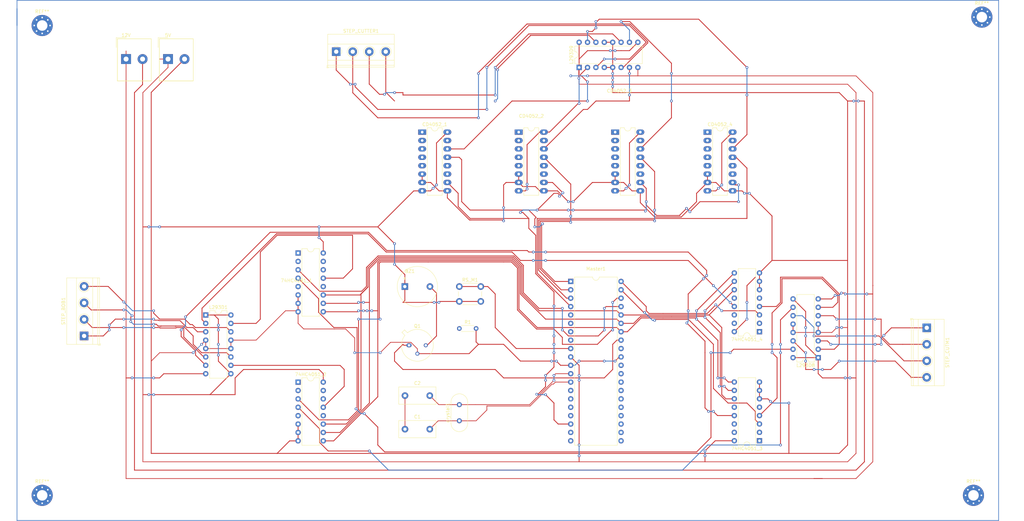
<source format=kicad_pcb>
(kicad_pcb (version 20211014) (generator pcbnew)
  (layers (0 "F.Cu" signal) (31 "B.Cu" signal) (34 "B.Paste" user) (35 "F.Paste" user) (36 "B.SilkS" user "B.Silkscreen") (37 "F.SilkS" user "F.Silkscreen") (38 "B.Mask" user) (39 "F.Mask" user) (44 "Edge.Cuts" user))
  (net 0 "")
  (net 1 "Tape2_IN4")
  (net 2 "TAPM_IN4")
  (net 3 "Step_IN4")
  (net 4 "cut_IN4")
  (net 5 "TAPR_IN4")
  (net 6 "GND")
  (net 7 "DEMUX_Stepper_S3")
  (net 8 "DEMUX_Stepper_S2")
  (net 9 "DEMUX_Stepper_S1")
  (net 10 "Tape1_IN4")
  (net 11 "Bobbin_IN4")
  (net 12 "Pri_IN4")
  (net 13 "Sec_IN4")
  (net 14 "5VCC")
  (net 15 "Tape2_IN3")
  (net 16 "TAPM_IN3")
  (net 17 "Step_IN3")
  (net 18 "cut_IN3")
  (net 19 "TAPR_IN3")
  (net 20 "Tape1_IN3")
  (net 21 "Bobbin_IN3")
  (net 22 "Pri_IN3")
  (net 23 "Sec_IN3")
  (net 24 "Tape2_IN2")
  (net 25 "TAPM_IN2")
  (net 26 "Step_IN2")
  (net 27 "cut_IN2")
  (net 28 "TAPR_IN2")
  (net 29 "Tape1_IN2")
  (net 30 "Bobbin_IN2")
  (net 31 "Pri_IN2")
  (net 32 "Sec_IN2")
  (net 33 "Tape2_IN1")
  (net 34 "TAPM_IN1")
  (net 35 "Step_IN1")
  (net 36 "cut_IN1")
  (net 37 "TAPR_IN1")
  (net 38 "Tape1_IN1")
  (net 39 "Bobbin_IN1")
  (net 40 "Pri_IN1")
  (net 41 "Sec_IN1")
  (net 42 "Net-(BZ1-Pad2)")
  (net 43 "Net-(C1-Pad1)")
  (net 44 "xtal1_M")
  (net 45 "xtal2_M")
  (net 51 "Stepper_demux_selector")
  (net 53 "U3_in_1")
  (net 54 "STEP2_demux_IN1")
  (net 55 "cutROT_in_1")
  (net 63 "U3_in_2")
  (net 64 "STEP2_demux_IN2")
  (net 65 "cutROT_in_2")
  (net 73 "U3_in_3")
  (net 74 "STEP2_demux_IN3")
  (net 75 "cutROT_in_3")
  (net 83 "U3_in_4")
  (net 84 "STEP2_demux_IN4")
  (net 85 "cutROT_in_4")
  (net 87 "12VCC")
  (net 88 "key1")
  (net 89 "key2")
  (net 90 "key3")
  (net 91 "key4")
  (net 92 "key5")
  (net 93 "key6")
  (net 94 "key7")
  (net 95 "key8")
  (net 96 "Bobbin_OUT1")
  (net 97 "Bobbin_OUT2")
  (net 98 "Bobbin_OUT3")
  (net 99 "Bobbin_OUT4")
  (net 100 "cut_out1")
  (net 101 "cut_out2")
  (net 102 "cut_out3")
  (net 103 "cut_out4")
  (net 104 "cutROT_out1")
  (net 105 "cutROT_out2")
  (net 106 "cutROT_out3")
  (net 107 "cutROT_out4")
  (net 108 "MOSI")
  (net 109 "MISO")
  (net 110 "SCK")
  (net 111 "Reset_M")
  (net 112 "ultra_S1")
  (net 113 "ultra_S2")
  (net 114 "Ultra_mux_input")
  (net 115 "Ultra_demux_input")
  (net 116 "DEMUX_Servo_IN")
  (net 117 "DEMUX_Servo_S1")
  (net 118 "DEMUX_Servo_S2")
  (net 119 "BUZ")
  (net 120 "SS")
  (footprint "Capacitor_THT:C_Disc_D11.0mm_W5.0mm_P7.50mm" (layer "F.Cu") (at 610.22 -251.17)
    (fp_text reference "C2")
    (fp_text value "22 uf")
  )
  (footprint "Buzzer_Beeper:Buzzer_12x9.5RM7.6" (layer "F.Cu") (at 610.17 -284.19)
    (fp_text reference "BZ1")
    (fp_text value "Buzzer")
  )
  (footprint "Package_DIP:DIP-16_W7.62mm_LongPads" (layer "F.Cu") (at 615.422701 -330.942701)
    (fp_text reference "CD4052_1")
    (fp_text value "CD4052B")
  )
  (footprint "Package_DIP:DIP-16_W7.62mm" (layer "F.Cu") (at 662.94 -350.52 90)
    (fp_text reference "L293D9")
    (fp_text value "L293D")
  )
  (footprint "TerminalBlock_Phoenix:TerminalBlock_Phoenix_MKDS-1,5-4_1x04_P5.00mm_Horizontal" (layer "F.Cu") (at 589.4 -355.295)
    (fp_text reference "STEP_CUTTER1")
    (fp_text value "Screw_Terminal_01x04")
  )
  (footprint "Crystal:Crystal_HC49-4H_Vertical" (layer "F.Cu") (at 626.67 -243.55 90)
    (fp_text reference "crystal1")
    (fp_text value "16Mhz")
  )
  (footprint "MountingHole:MountingHole_3.2mm_M3_Pad_Via" (layer "F.Cu") (at 500.38 -220.98)
    (fp_text reference "REF**")
    (fp_text value "MountingHole_3.2mm_M3_Pad_Via")
  )
  (footprint "Package_DIP:DIP-16_W7.62mm" (layer "F.Cu") (at 549.895 -275.575)
    (fp_text reference "L293D1")
    (fp_text value "L293D")
  )
  (footprint "TerminalBlock_Phoenix:TerminalBlock_Phoenix_MKDS-1,5-4_1x04_P5.00mm_Horizontal" (layer "F.Cu") (at 513.08 -269.24 90)
    (fp_text reference "STEP_BOB1")
    (fp_text value "Screw_Terminal_01x04")
  )
  (footprint "Package_DIP:DIP-16_W7.62mm_LongPads" (layer "F.Cu") (at 673.842701 -330.942701)
    (fp_text reference "CD4052_3")
    (fp_text value "CD4052B")
  )
  (footprint "MountingHole:MountingHole_3.2mm_M3_Pad_Via" (layer "F.Cu") (at 784.86 -365.76)
    (fp_text reference "REF**")
    (fp_text value "MountingHole_3.2mm_M3_Pad_Via")
  )
  (footprint "Capacitor_THT:C_Disc_D11.0mm_W5.0mm_P7.50mm" (layer "F.Cu") (at 610.22 -241.01)
    (fp_text reference "C1")
    (fp_text value "22 uf")
  )
  (footprint "TerminalBlock_Altech:Altech_AK300_1x02_P5.00mm_45-Degree" (layer "F.Cu") (at 538.48 -353.06)
    (fp_text reference "5V")
    (fp_text value "5V")
  )
  (footprint "Package_DIP:DIP-16_W7.62mm" (layer "F.Cu") (at 577.86 -294.34225)
    (fp_text reference "74HC4051_1")
    (fp_text value "74HCT4051")
  )
  (footprint "Package_DIP:DIP-16_W7.62mm" (layer "F.Cu") (at 717.54 -237.505 180)
    (fp_text reference "74HC4051_3")
    (fp_text value "74HCT4051")
  )
  (footprint "TerminalBlock_Altech:Altech_AK300_1x02_P5.00mm_45-Degree" (layer "F.Cu") (at 525.78 -353.06)
    (fp_text reference "12V")
    (fp_text value "12V")
  )
  (footprint "TerminalBlock_Phoenix:TerminalBlock_Phoenix_MKDS-1,5-4_1x04_P5.00mm_Horizontal" (layer "F.Cu") (at 768.1775 -271.7 -90)
    (fp_text reference "STEP_CUTM1")
    (fp_text value "Screw_Terminal_01x04")
  )
  (footprint "Package_TO_SOT_THT:TO-39-3_Window" (layer "F.Cu") (at 611.43 -266.41)
    (fp_text reference "Q1")
    (fp_text value "2N3055")
  )
  (footprint "Package_DIP:DIP-16_W7.62mm" (layer "F.Cu") (at 717.54 -270.525 180)
    (fp_text reference "74HC4051_4")
    (fp_text value "74HCT4051")
  )
  (footprint "Package_DIP:DIP-40_W15.24mm" (layer "F.Cu") (at 660.395 -285.745)
    (fp_text reference "Master1")
    (fp_text value "ATmega32-16P")
  )
  (footprint "Package_DIP:DIP-16_W7.62mm" (layer "F.Cu") (at 577.86 -255.255)
    (fp_text reference "74HC4051_2")
    (fp_text value "74HCT4051")
  )
  (footprint "Package_DIP:DIP-16_W7.62mm_LongPads" (layer "F.Cu") (at 701.782701 -330.942701)
    (fp_text reference "CD4052_4")
    (fp_text value "CD4052B")
  )
  (footprint "Button_Switch_THT:SW_PUSH_6mm_H7.3mm" (layer "F.Cu") (at 626.67 -284.19)
    (fp_text reference "RS_M1")
    (fp_text value "SW_Push")
  )
  (footprint "Package_DIP:DIP-16_W7.62mm_LongPads" (layer "F.Cu") (at 644.647701 -330.942701)
    (fp_text reference "CD4052_2")
    (fp_text value "CD4052B")
  )
  (footprint "MountingHole:MountingHole_3.2mm_M3_Pad_Via" (layer "F.Cu") (at 500.38 -363.22)
    (fp_text reference "REF**")
    (fp_text value "MountingHole_3.2mm_M3_Pad_Via")
  )
  (footprint "Resistor_THT:R_Axial_DIN0204_L3.6mm_D1.6mm_P5.08mm_Horizontal" (layer "F.Cu") (at 626.67 -271.49)
    (fp_text reference "R1")
    (fp_text value "1k")
  )
  (footprint "Package_DIP:DIP-16_W7.62mm" (layer "F.Cu") (at 735.32 -262.665 180)
    (fp_text reference "L293D8")
    (fp_text value "L293D")
  )
  (footprint "MountingHole:MountingHole_3.2mm_M3_Pad_Via" (layer "F.Cu") (at 782.32 -220.98)
    (fp_text reference "REF**")
    (fp_text value "MountingHole_3.2mm_M3_Pad_Via")
  )
  (gr_line (start 492.76 -370.84) (end 492.76 -363.22) (layer "B.Cu") (width 0.2))
  (gr_line (start 492.76 -213.36) (end 789.94 -213.36) (layer "B.Cu") (width 0.2))
  (gr_line (start 492.76 -368.3) (end 492.76 -213.36) (layer "B.Cu") (width 0.2))
  (gr_line (start 789.94 -213.36) (end 789.94 -370.84) (layer "B.Cu") (width 0.2))
  (gr_line (start 789.94 -370.84) (end 492.76 -370.84) (layer "B.Cu") (width 0.2))
  (segment (start 657.86 -271.0555) (end 659.6755 -269.24) (width 0.25) (layer "F.Cu") (net 3))
  (segment (start 646.05904 -290.568112) (end 646.05904 -282.312396) (width 0.25) (layer "F.Cu") (net 3))
  (segment (start 668.02 -269.24) (end 668.7445 -269.24) (width 0.25) (layer "F.Cu") (net 3))
  (segment (start 598.804283 -290.195717) (end 602.057125 -293.44856) (width 0.25) (layer "F.Cu") (net 3))
  (segment (start 598.54096 -289.932395) (end 598.804283 -290.195717) (width 0.25) (layer "F.Cu") (net 3))
  (segment (start 643.178592 -293.44856) (end 646.05904 -290.568112) (width 0.25) (layer "F.Cu") (net 3))
  (segment (start 668.7445 -269.24) (end 670.56 -271.0555) (width 0.25) (layer "F.Cu") (net 3))
  (segment (start 584.355489 -282.766761) (end 597.091043 -282.766761) (width 0.25) (layer "F.Cu") (net 3))
  (segment (start 650.786936 -277.5845) (end 657.86 -277.5845) (width 0.25) (layer "F.Cu") (net 3))
  (segment (start 670.56 -277.5845) (end 671.1005 -278.125) (width 0.25) (layer "F.Cu") (net 3))
  (segment (start 671.1005 -278.125) (end 675.635 -278.125) (width 0.25) (layer "F.Cu") (net 3))
  (segment (start 646.05904 -282.312396) (end 650.786936 -277.5845) (width 0.25) (layer "F.Cu") (net 3))
  (segment (start 598.54096 -284.48) (end 598.54096 -289.932395) (width 0.25) (layer "F.Cu") (net 3))
  (segment (start 659.6755 -269.24) (end 668.02 -269.24) (width 0.25) (layer "F.Cu") (net 3))
  (segment (start 577.86 -289.26225) (end 584.355489 -282.766761) (width 0.25) (layer "F.Cu") (net 3))
  (segment (start 602.057125 -293.44856) (end 643.178592 -293.44856) (width 0.25) (layer "F.Cu") (net 3))
  (segment (start 597.091043 -282.766761) (end 598.54096 -284.216678) (width 0.25) (layer "F.Cu") (net 3))
  (segment (start 598.54096 -284.216678) (end 598.54096 -284.48) (width 0.25) (layer "F.Cu") (net 3))
  (via (at 657.86 -277.5845) (size 0.8) (drill 0.4) (layers "F.Cu" "B.Cu") (net 3))
  (via (at 670.56 -271.0555) (size 0.8) (drill 0.4) (layers "F.Cu" "B.Cu") (net 3))
  (via (at 657.86 -271.0555) (size 0.8) (drill 0.4) (layers "F.Cu" "B.Cu") (net 3))
  (via (at 670.56 -277.5845) (size 0.8) (drill 0.4) (layers "F.Cu" "B.Cu") (net 3))
  (segment (start 670.56 -271.0555) (end 670.56 -277.5845) (width 0.25) (layer "B.Cu") (net 3))
  (segment (start 657.86 -277.5845) (end 657.86 -271.0555) (width 0.25) (layer "B.Cu") (net 3))
  (segment (start 595.72598 -271.78) (end 595.72598 -247.502014) (width 0.25) (layer "F.Cu") (net 4))
  (segment (start 584.064511 -276.387439) (end 588.67195 -271.78) (width 0.25) (layer "F.Cu") (net 4))
  (segment (start 604.07048 -234.12952) (end 698.5 -234.12952) (width 0.25) (layer "F.Cu") (net 4))
  (segment (start 709.705 -265.205) (end 727.7 -265.205) (width 0.25) (layer "F.Cu") (net 4))
  (segment (start 698.5 -234.12952) (end 702.8555 -238.48502) (width 0.25) (layer "F.Cu") (net 4))
  (segment (start 595.72598 -247.502014) (end 595.396756 -247.17279) (width 0.25) (layer "F.Cu") (net 4))
  (segment (start 601.98 -236.22) (end 604.07048 -234.12952) (width 0.25) (layer "F.Cu") (net 4))
  (segment (start 577.86 -286.72225) (end 584.064511 -280.517739) (width 0.25) (layer "F.Cu") (net 4))
  (segment (start 708.66 -264.16) (end 709.705 -265.205) (width 0.25) (layer "F.Cu") (net 4))
  (segment (start 584.064511 -280.517739) (end 584.064511 -276.387439) (width 0.25) (layer "F.Cu") (net 4))
  (segment (start 588.67195 -271.78) (end 595.72598 -271.78) (width 0.25) (layer "F.Cu") (net 4))
  (segment (start 702.8555 -238.48502) (end 702.8555 -264.16) (width 0.25) (layer "F.Cu") (net 4))
  (segment (start 597.897378 -245.717063) (end 601.98 -241.634441) (width 0.25) (layer "F.Cu") (net 4))
  (segment (start 601.98 -241.634441) (end 601.98 -236.22) (width 0.25) (layer "F.Cu") (net 4))
  (via (at 702.8555 -264.16) (size 0.8) (drill 0.4) (layers "F.Cu" "B.Cu") (net 4))
  (via (at 597.897378 -245.717063) (size 0.8) (drill 0.4) (layers "F.Cu" "B.Cu") (net 4))
  (via (at 595.396756 -247.17279) (size 0.8) (drill 0.4) (layers "F.Cu" "B.Cu") (net 4))
  (via (at 708.66 -264.16) (size 0.8) (drill 0.4) (layers "F.Cu" "B.Cu") (net 4))
  (segment (start 596.852483 -245.717063) (end 597.897378 -245.717063) (width 0.25) (layer "B.Cu") (net 4))
  (segment (start 595.396756 -247.17279) (end 596.852483 -245.717063) (width 0.25) (layer "B.Cu") (net 4))
  (segment (start 702.8555 -264.16) (end 708.66 -264.16) (width 0.25) (layer "B.Cu") (net 4))
  (segment (start 661.1245 -309.88) (end 666.947201 -315.702701) (width 0.25) (layer "F.Cu") (net 6))
  (segment (start 670.56 -350.52) (end 673.1 -350.52) (width 0.25) (layer "F.Cu") (net 6))
  (segment (start 620.532701 -313.162701) (end 623.042701 -313.162701) (width 0.25) (layer "F.Cu") (net 6))
  (segment (start 673.1 -344.7405) (end 673.1 -342.9) (width 0.25) (layer "F.Cu") (net 6))
  (segment (start 681.462701 -313.162701) (end 681.462701 -309.586819) (width 0.25) (layer "F.Cu") (net 6))
  (segment (start 546.1 -264.16) (end 535.94 -264.16) (width 0.2) (layer "F.Cu") (net 6))
  (segment (start 681.462701 -309.586819) (end 685.8 -305.24952) (width 0.25) (layer "F.Cu") (net 6))
  (segment (start 577.86 -279.10225) (end 577.86 -276.56225) (width 0.25) (layer "F.Cu") (net 6))
  (segment (start 644.647701 -318.242701) (end 644.647701 -315.702701) (width 0.25) (layer "F.Cu") (net 6))
  (segment (start 717.54 -250.205) (end 720.075 -250.205) (width 0.25) (layer "F.Cu") (net 6))
  (segment (start 649.727701 -314.447701) (end 651.012701 -313.162701) (width 0.25) (layer "F.Cu") (net 6))
  (segment (start 652.267701 -313.162701) (end 656.392799 -313.162701) (width 0.25) (layer "F.Cu") (net 6))
  (segment (start 588.847793 -271.355481) (end 592.244519 -271.355481) (width 0.2) (layer "F.Cu") (net 6))
  (segment (start 577.86 -273.04) (end 579.12 -271.78) (width 0.2) (layer "F.Cu") (net 6))
  (segment (start 749.3 -340.36) (end 747.4595 -340.36) (width 0.25) (layer "F.Cu") (net 6))
  (segment (start 577.56225 -276.86) (end 577.86 -276.56225) (width 0.2) (layer "F.Cu") (net 6))
  (segment (start 644.647701 -315.702701) (end 645.902701 -314.447701) (width 0.25) (layer "F.Cu") (net 6))
  (segment (start 613.97 -265.342113) (end 613.97 -263.87) (width 0.2) (layer "F.Cu") (net 6))
  (segment (start 543.48 -353.06) (end 533.4 -342.98) (width 0.25) (layer "F.Cu") (net 6))
  (segment (start 735.32 -270.285) (end 727.7 -270.285) (width 0.2) (layer "F.Cu") (net 6))
  (segment (start 735.32 -270.285) (end 735.32 -272.825) (width 0.2) (layer "F.Cu") (net 6))
  (segment (start 533.4 -342.98) (end 533.4 -233.68) (width 0.25) (layer "F.Cu") (net 6))
  (segment (start 739.4605 -270.285) (end 740.9555 -271.78) (width 0.2) (layer "F.Cu") (net 6))
  (segment (start 675.635 -262.885) (end 675.0895 -262.885) (width 0.25) (layer "F.Cu") (net 6))
  (segment (start 698.5 -309.88) (end 698.5 -312.42) (width 0.25) (layer "F.Cu") (net 6))
  (segment (start 530.78 -353.06) (end 530.78 -345.36) (width 0.25) (layer "F.Cu") (net 6))
  (segment (start 656.392799 -313.162701) (end 659.6755 -309.88) (width 0.25) (layer "F.Cu") (net 6))
  (segment (start 575.295 -237.475) (end 571.5 -233.68) (width 0.25) (layer "F.Cu") (net 6))
  (segment (start 721.335 -292.1) (end 744.22 -292.1) (width 0.25) (layer "F.Cu") (net 6))
  (segment (start 657.3195 -260.345) (end 660.395 -260.345) (width 0.25) (layer "F.Cu") (net 6))
  (segment (start 678.952701 -313.162701) (end 681.462701 -313.162701) (width 0.25) (layer "F.Cu") (net 6))
  (segment (start 717.54 -288.305) (end 717.54 -285.765) (width 0.25) (layer "F.Cu") (net 6))
  (segment (start 549.895 -267.955) (end 548.64 -266.7) (width 0.2) (layer "F.Cu") (net 6))
  (segment (start 617.992701 -315.702701) (end 620.532701 -313.162701) (width 0.25) (layer "F.Cu") (net 6))
  (segment (start 741.68 -342.9) (end 673.1 -342.9) (width 0.25) (layer "F.Cu") (net 6))
  (segment (start 592.244519 -271.355481) (end 595.00148 -268.59852) (width 0.2) (layer "F.Cu") (net 6))
  (segment (start 712.272799 -313.162701) (end 709.402701 -313.162701) (width 0.25) (layer "F.Cu") (net 6))
  (segment (start 727.7 -272.825) (end 727.7 -270.285) (width 0.25) (layer "F.Cu") (net 6))
  (segment (start 528.32 -228.6) (end 746.76 -228.6) (width 0.25) (layer "F.Cu") (net 6))
  (segment (start 721.335 -305.5495) (end 714.4645 -312.42) (width 0.25) (layer "F.Cu") (net 6))
  (segment (start 726.44 -248.92) (end 726.44 -233.68) (width 0.25) (layer "F.Cu") (net 6))
  (segment (start 632.46 -266.7) (end 640.08 -266.7) (width 0.25) (layer "F.Cu") (net 6))
  (segment (start 666.947201 -315.702701) (end 673.842701 -315.702701) (width 0.25) (layer "F.Cu") (net 6))
  (segment (start 749.3 -231.14) (end 749.3 -340.36) (width 0.25) (layer "F.Cu") (net 6))
  (segment (start 673.1 -358.14) (end 673.1 -350.52) (width 0.25) (layer "F.Cu") (net 6))
  (segment (start 629.733803 -304.35048) (end 630.106198 -304.35048) (width 0.25) (layer "F.Cu") (net 6))
  (segment (start 579.54452 -271.35548) (end 588.847793 -271.355481) (width 0.2) (layer "F.Cu") (net 6))
  (segment (start 577.86 -281.64225) (end 577.86 -279.10225) (width 0.25) (layer "F.Cu") (net 6))
  (segment (start 623.042701 -313.162701) (end 623.042701 -311.041582) (width 0.25) (layer "F.Cu") (net 6))
  (segment (start 698.5 -312.42) (end 701.782701 -315.702701) (width 0.25) (layer "F.Cu") (net 6))
  (segment (start 577.86 -242.555) (end 577.86 -240.015) (width 0.25) (layer "F.Cu") (net 6))
  (segment (start 577.86 -276.56225) (end 577.86 -273.04) (width 0.2) (layer "F.Cu") (net 6))
  (segment (start 720.075 -250.205) (end 720.835201 -249.444799) (width 0.25) (layer "F.Cu") (net 6))
  (segment (start 670.56 -358.14) (end 673.1 -358.14) (width 0.25) (layer "F.Cu") (net 6))
  (segment (start 595.00148 -268.59852) (end 595.00148 -264.16) (width 0.2) (layer "F.Cu") (net 6))
  (segment (start 565.135 -267.955) (end 574.04 -276.86) (width 0.2) (layer "F.Cu") (net 6))
  (segment (start 574.04 -276.86) (end 577.56225 -276.86) (width 0.2) (layer "F.Cu") (net 6))
  (segment (start 717.54 -285.765) (end 717.54 -283.225) (width 0.25) (layer "F.Cu") (net 6))
  (segment (start 640.08 -266.7) (end 645.16 -261.62) (width 0.25) (layer "F.Cu") (net 6))
  (segment (start 744.22 -340.36) (end 741.68 -342.9) (width 0.25) (layer "F.Cu") (net 6))
  (segment (start 602.7045 -264.16) (end 605.85402 -267.30952) (width 0.2) (layer "F.Cu") (net 6))
  (segment (start 735.32 -270.285) (end 739.4605 -270.285) (width 0.2) (layer "F.Cu") (net 6))
  (segment (start 742.4045 -271.78) (end 744.22 -271.78) (width 0.2) (layer "F.Cu") (net 6))
  (segment (start 528.32 -342.9) (end 528.32 -228.6) (width 0.25) (layer "F.Cu") (net 6))
  (segment (start 557.515 -267.955) (end 557.515 -265.415) (width 0.2) (layer "F.Cu") (net 6))
  (segment (start 706.892701 -313.162701) (end 709.402701 -313.162701) (width 0.25) (layer "F.Cu") (net 6))
  (segment (start 557.515 -267.955) (end 565.135 -267.955) (width 0.2) (layer "F.Cu") (net 6))
  (segment (start 670.56 -261.62) (end 662.94 -261.62) (width 0.25) (layer "F.Cu") (net 6))
  (segment (start 612.002593 -267.30952) (end 613.97 -265.342113) (width 0.2) (layer "F.Cu") (net 6))
  (segment (start 645.16 -261.62) (end 654.5955 -261.62) (width 0.25) (layer "F.Cu") (net 6))
  (segment (start 629.63 -263.87) (end 613.97 -263.87) (width 0.25) (layer "F.Cu") (net 6))
  (segment (start 744.22 -236.22) (end 744.22 -292.1) (width 0.25) (layer "F.Cu") (net 6))
  (segment (start 577.86 -237.475) (end 575.295 -237.475) (width 0.25) (layer "F.Cu") (net 6))
  (segment (start 579.12 -271.78) (end 579.54452 -271.35548) (width 0.2) (layer "F.Cu") (net 6))
  (segment (start 640.08 -314.96) (end 640.822701 -315.702701) (width 0.25) (layer "F.Cu") (net 6))
  (segment (start 615.422701 -315.702701) (end 617.992701 -315.702701) (width 0.25) (layer "F.Cu") (net 6))
  (segment (start 549.895 -267.955) (end 549.895 -265.415) (width 0.2) (layer "F.Cu") (net 6))
  (segment (start 640.822701 -315.702701) (end 644.647701 -315.702701) (width 0.25) (layer "F.Cu") (net 6))
  (segment (start 704.352701 -315.702701) (end 706.892701 -313.162701) (width 0.25) (layer "F.Cu") (net 6))
  (segment (start 741.68 -233.68) (end 744.22 -236.22) (width 0.25) (layer "F.Cu") (net 6))
  (segment (start 535.94 -264.16) (end 533.4 -261.62) (width 0.2) (layer "F.Cu") (net 6))
  (segment (start 651.012701 -313.162701) (end 652.267701 -313.162701) (width 0.25) (layer "F.Cu") (net 6))
  (segment (start 744.22 -292.1) (end 744.22 -340.36) (width 0.25) (layer "F.Cu") (net 6))
  (segment (start 630.106198 -304.35048) (end 639.80502 -304.35048) (width 0.25) (layer "F.Cu") (net 6))
  (segment (start 631.75 -271.49) (end 631.75 -267.41) (width 0.25) (layer "F.Cu") (net 6))
  (segment (start 530.78 -345.36) (end 528.32 -342.9) (width 0.25) (layer "F.Cu") (net 6))
  (segment (start 717.54 -252.745) (end 717.54 -250.205) (width 0.25) (layer "F.Cu") (net 6))
  (segment (start 645.902701 -314.447701) (end 649.727701 -314.447701) (width 0.25) (layer "F.Cu") (net 6))
  (segment (start 673.842701 -318.242701) (end 673.842701 -315.702701) (width 0.25) (layer "F.Cu") (net 6))
  (segment (start 746.76 -228.6) (end 749.3 -231.14) (width 0.25) (layer "F.Cu") (net 6))
  (segment (start 639.80502 -304.35048) (end 640.08 -304.0755) (width 0.25) (layer "F.Cu") (net 6))
  (segment (start 605.85402 -267.30952) (end 612.002593 -267.30952) (width 0.2) (layer "F.Cu") (net 6))
  (segment (start 685.8 -305.24952) (end 693.86952 -305.24952) (width 0.25) (layer "F.Cu") (net 6))
  (segment (start 673.1 -347.2805) (end 673.1 -346.1395) (width 0.25) (layer "F.Cu") (net 6))
  (segment (start 577.86 -240.015) (end 577.86 -237.475) (width 0.25) (layer "F.Cu") (net 6))
  (segment (start 631.75 -267.41) (end 632.46 -266.7) (width 0.25) (layer "F.Cu") (net 6))
  (segment (start 656.0445 -261.62) (end 657.3195 -260.345) (width 0.25) (layer "F.Cu") (net 6))
  (segment (start 717.54 -288.305) (end 721.335 -292.1) (width 0.25) (layer "F.Cu") (net 6))
  (segment (start 693.86952 -305.24952) (end 698.5 -309.88) (width 0.25) (layer "F.Cu") (net 6))
  (segment (start 717.54 -255.285) (end 717.54 -252.745) (width 0.25) (layer "F.Cu") (net 6))
  (segment (start 701.782701 -315.702701) (end 704.352701 -315.702701) (width 0.25) (layer "F.Cu") (net 6))
  (segment (start 632.46 -266.7) (end 629.63 -263.87) (width 0.25) (layer "F.Cu") (net 6))
  (segment (start 721.335 -292.1) (end 721.335 -305.5495) (width 0.25) (layer "F.Cu") (net 6))
  (segment (start 673.1 -350.52) (end 673.1 -348.6795) (width 0.25) (layer "F.Cu") (net 6))
  (segment (start 571.5 -233.68) (end 741.68 -233.68) (width 0.25) (layer "F.Cu") (net 6))
  (segment (start 549.895 -265.415) (end 557.515 -265.415) (width 0.2) (layer "F.Cu") (net 6))
  (segment (start 673.842701 -315.702701) (end 676.412701 -315.702701) (width 0.25) (layer "F.Cu") (net 6))
  (segment (start 713.0155 -312.42) (end 712.272799 -313.162701) (width 0.25) (layer "F.Cu") (net 6))
  (segment (start 623.042701 -311.041582) (end 629.733803 -304.35048) (width 0.25) (layer "F.Cu") (net 6))
  (segment (start 746.0605 -340.36) (end 744.22 -340.36) (width 0.25) (layer "F.Cu") (net 6))
  (segment (start 533.4 -233.68) (end 571.5 -233.68) (width 0.25) (layer "F.Cu") (net 6))
  (segment (start 676.412701 -315.702701) (end 678.952701 -313.162701) (width 0.25) (layer "F.Cu") (net 6))
  (segment (start 701.782701 -318.242701) (end 701.782701 -315.702701) (width 0.25) (layer "F.Cu") (net 6))
  (segment (start 615.422701 -318.242701) (end 615.422701 -315.702701) (width 0.25) (layer "F.Cu") (net 6))
  (segment (start 675.0895 -262.885) (end 673.8245 -261.62) (width 0.25) (layer "F.Cu") (net 6))
  (segment (start 640.08 -308.0645) (end 640.08 -314.96) (width 0.25) (layer "F.Cu") (net 6))
  (via (at 746.0605 -340.36) (size 0.8) (drill 0.4) (layers "F.Cu" "B.Cu") (net 6))
  (via (at 602.7045 -264.16) (size 0.8) (drill 0.4) (layers "F.Cu" "B.Cu") (net 6))
  (via (at 720.835201 -249.444799) (size 0.8) (drill 0.4) (layers "F.Cu" "B.Cu") (net 6))
  (via (at 595.00148 -264.16) (size 0.8) (drill 0.4) (layers "F.Cu" "B.Cu") (net 6))
  (via (at 670.56 -261.62) (size 0.8) (drill 0.4) (layers "F.Cu" "B.Cu") (net 6))
  (via (at 548.64 -266.7) (size 0.8) (drill 0.4) (layers "F.Cu" "B.Cu") (net 6))
  (via (at 673.1 -346.1395) (size 0.8) (drill 0.4) (layers "F.Cu" "B.Cu") (net 6))
  (via (at 673.1 -347.2805) (size 0.8) (drill 0.4) (layers "F.Cu" "B.Cu") (net 6))
  (via (at 662.94 -261.62) (size 0.8) (drill 0.4) (layers "F.Cu" "B.Cu") (net 6))
  (via (at 726.44 -248.92) (size 0.8) (drill 0.4) (layers "F.Cu" "B.Cu") (net 6))
  (via (at 673.1 -344.7405) (size 0.8) (drill 0.4) (layers "F.Cu" "B.Cu") (net 6))
  (via (at 740.9555 -271.78) (size 0.8) (drill 0.4) (layers "F.Cu" "B.Cu") (net 6))
  (via (at 742.4045 -271.78) (size 0.8) (drill 0.4) (layers "F.Cu" "B.Cu") (net 6))
  (via (at 673.8245 -261.62) (size 0.8) (drill 0.4) (layers "F.Cu" "B.Cu") (net 6))
  (via (at 656.0445 -261.62) (size 0.8) (drill 0.4) (layers "F.Cu" "B.Cu") (net 6))
  (via (at 747.4595 -340.36) (size 0.8) (drill 0.4) (layers "F.Cu" "B.Cu") (net 6))
  (via (at 546.1 -264.16) (size 0.8) (drill 0.4) (layers "F.Cu" "B.Cu") (net 6))
  (via (at 654.5955 -261.62) (size 0.8) (drill 0.4) (layers "F.Cu" "B.Cu") (net 6))
  (via (at 640.08 -304.0755) (size 0.8) (drill 0.4) (layers "F.Cu" "B.Cu") (net 6))
  (via (at 640.08 -308.0645) (size 0.8) (drill 0.4) (layers "F.Cu" "B.Cu") (net 6))
  (via (at 673.1 -348.6795) (size 0.8) (drill 0.4) (layers "F.Cu" "B.Cu") (net 6))
  (via (at 713.0155 -312.42) (size 0.8) (drill 0.4) (layers "F.Cu" "B.Cu") (net 6))
  (via (at 644.647701 -318.242701) (size 0.8) (drill 0.4) (layers "F.Cu" "B.Cu") (net 6))
  (via (at 661.1245 -309.88) (size 0.8) (drill 0.4) (layers "F.Cu" "B.Cu") (net 6))
  (via (at 659.6755 -309.88) (size 0.8) (drill 0.4) (layers "F.Cu" "B.Cu") (net 6))
  (via (at 714.4645 -312.42) (size 0.8) (drill 0.4) (layers "F.Cu" "B.Cu") (net 6))
  (segment (start 661.665 -260.345) (end 660.395 -260.345) (width 0.25) (layer "B.Cu") (net 6))
  (segment (start 640.08 -304.0755) (end 640.08 -308.0645) (width 0.25) (layer "B.Cu") (net 6))
  (segment (start 662.94 -261.62) (end 661.665 -260.345) (width 0.25) (layer "B.Cu") (net 6))
  (segment (start 673.8245 -261.62) (end 670.56 -261.62) (width 0.25) (layer "B.Cu") (net 6))
  (segment (start 747.4595 -340.36) (end 746.0605 -340.36) (width 0.25) (layer "B.Cu") (net 6))
  (segment (start 548.64 -266.7) (end 546.1 -264.16) (width 0.2) (layer "B.Cu") (net 6))
  (segment (start 654.5955 -261.62) (end 656.0445 -261.62) (width 0.25) (layer "B.Cu") (net 6))
  (segment (start 720.835201 -249.444799) (end 721.36 -248.92) (width 0.25) (layer "B.Cu") (net 6))
  (segment (start 673.1 -348.6795) (end 673.1 -347.2805) (width 0.25) (layer "B.Cu") (net 6))
  (segment (start 721.36 -248.92) (end 726.44 -248.92) (width 0.25) (layer "B.Cu") (net 6))
  (segment (start 595.00148 -264.16) (end 602.7045 -264.16) (width 0.2) (layer "B.Cu") (net 6))
  (segment (start 714.4645 -312.42) (end 713.0155 -312.42) (width 0.25) (layer "B.Cu") (net 6))
  (segment (start 659.6755 -309.88) (end 661.1245 -309.88) (width 0.25) (layer "B.Cu") (net 6))
  (segment (start 740.9555 -271.78) (end 742.4045 -271.78) (width 0.2) (layer "B.Cu") (net 6))
  (segment (start 673.1 -346.1395) (end 673.1 -344.7405) (width 0.25) (layer "B.Cu") (net 6))
  (segment (start 602.615718 -292.1) (end 601.98 -291.464282) (width 0.25) (layer "F.Cu") (net 7))
  (segment (start 698.13404 -274.68596) (end 698.5 -274.32) (width 0.25) (layer "F.Cu") (net 7))
  (segment (start 708.0995 -255.285) (end 709.92 -255.285) (width 0.25) (layer "F.Cu") (net 7))
  (segment (start 675.635 -270.505) (end 677.540717 -270.505) (width 0.25) (layer "F.Cu") (net 7))
  (segment (start 642.62 -292.1) (end 602.615718 -292.1) (width 0.25) (layer "F.Cu") (net 7))
  (segment (start 698.5 -276.86) (end 698.5 -276.885) (width 0.25) (layer "F.Cu") (net 7))
  (segment (start 595.87775 -276.56225) (end 596.1755 -276.86) (width 0.25) (layer "F.Cu") (net 7))
  (segment (start 600.1645 -276.86) (end 601.98 -276.86) (width 0.25) (layer "F.Cu") (net 7))
  (segment (start 681.037859 -274.002141) (end 681.721678 -274.68596) (width 0.25) (layer "F.Cu") (net 7))
  (segment (start 644.71048 -290.00952) (end 642.62 -292.1) (width 0.25) (layer "F.Cu") (net 7))
  (segment (start 650.24 -271.78) (end 644.71048 -277.30952) (width 0.25) (layer "F.Cu") (net 7))
  (segment (start 675.635 -270.505) (end 674.36 -271.78) (width 0.25) (layer "F.Cu") (net 7))
  (segment (start 588.630717 -237.475) (end 585.48 -237.475) (width 0.25) (layer "F.Cu") (net 7))
  (segment (start 698.5 -274.32) (end 704.94598 -267.87402) (width 0.25) (layer "F.Cu") (net 7))
  (segment (start 601.98 -291.464282) (end 601.98 -250.824283) (width 0.25) (layer "F.Cu") (net 7))
  (segment (start 597.6245 -276.86) (end 598.7155 -276.86) (width 0.25) (layer "F.Cu") (net 7))
  (segment (start 601.98 -250.824283) (end 588.630717 -237.475) (width 0.25) (layer "F.Cu") (net 7))
  (segment (start 681.721678 -274.68596) (end 688.34 -274.68596) (width 0.25) (layer "F.Cu") (net 7))
  (segment (start 674.36 -271.78) (end 650.24 -271.78) (width 0.25) (layer "F.Cu") (net 7))
  (segment (start 688.34 -274.68596) (end 698.13404 -274.68596) (width 0.25) (layer "F.Cu") (net 7))
  (segment (start 585.48 -276.56225) (end 595.87775 -276.56225) (width 0.25) (layer "F.Cu") (net 7))
  (segment (start 698.5 -276.885) (end 709.92 -288.305) (width 0.25) (layer "F.Cu") (net 7))
  (segment (start 677.540717 -270.505) (end 681.037859 -274.002141) (width 0.25) (layer "F.Cu") (net 7))
  (segment (start 706.8445 -256.54) (end 708.0995 -255.285) (width 0.25) (layer "F.Cu") (net 7))
  (segment (start 644.71048 -277.30952) (end 644.71048 -290.00952) (width 0.25) (layer "F.Cu") (net 7))
  (segment (start 704.94598 -267.87402) (end 704.94598 -256.54) (width 0.25) (layer "F.Cu") (net 7))
  (via (at 698.5 -276.86) (size 0.8) (drill 0.4) (layers "F.Cu" "B.Cu") (net 7))
  (via (at 698.5 -274.32) (size 0.8) (drill 0.4) (layers "F.Cu" "B.Cu") (net 7))
  (via (at 704.94598 -256.54) (size 0.8) (drill 0.4) (layers "F.Cu" "B.Cu") (net 7))
  (via (at 600.1645 -276.86) (size 0.8) (drill 0.4) (layers "F.Cu" "B.Cu") (net 7))
  (via (at 598.7155 -276.86) (size 0.8) (drill 0.4) (layers "F.Cu" "B.Cu") (net 7))
  (via (at 706.8445 -256.54) (size 0.8) (drill 0.4) (layers "F.Cu" "B.Cu") (net 7))
  (via (at 597.6245 -276.86) (size 0.8) (drill 0.4) (layers "F.Cu" "B.Cu") (net 7))
  (via (at 596.1755 -276.86) (size 0.8) (drill 0.4) (layers "F.Cu" "B.Cu") (net 7))
  (segment (start 704.94598 -256.54) (end 706.8445 -256.54) (width 0.25) (layer "B.Cu") (net 7))
  (segment (start 598.7155 -276.86) (end 600.1645 -276.86) (width 0.25) (layer "B.Cu") (net 7))
  (segment (start 698.5 -274.32) (end 698.5 -276.86) (width 0.25) (layer "B.Cu") (net 7))
  (segment (start 596.1755 -276.86) (end 597.6245 -276.86) (width 0.25) (layer "B.Cu") (net 7))
  (segment (start 700.76502 -275.13548) (end 701.04 -274.8605) (width 0.25) (layer "F.Cu") (net 8))
  (segment (start 595.87775 -279.10225) (end 596.1755 -279.4) (width 0.25) (layer "F.Cu") (net 8))
  (segment (start 675.635 -273.045) (end 679.445 -273.045) (width 0.25) (layer "F.Cu") (net 8))
  (segment (start 705.67048 -270.23002) (end 705.67048 -254) (width 0.25) (layer "F.Cu") (net 8))
  (segment (start 701.04 -276.885) (end 709.92 -285.765) (width 0.25) (layer "F.Cu") (net 8))
  (segment (start 674.36 -274.32) (end 652.78 -274.32) (width 0.25) (layer "F.Cu") (net 8))
  (segment (start 706.8445 -254) (end 708.0995 -252.745) (width 0.25) (layer "F.Cu") (net 8))
  (segment (start 585.48 -279.10225) (end 595.87775 -279.10225) (width 0.25) (layer "F.Cu") (net 8))
  (segment (start 645.16 -290.195718) (end 642.806198 -292.54952) (width 0.25) (layer "F.Cu") (net 8))
  (segment (start 675.635 -273.045) (end 674.36 -274.32) (width 0.25) (layer "F.Cu") (net 8))
  (segment (start 645.16 -281.94) (end 645.16 -290.195718) (width 0.25) (layer "F.Cu") (net 8))
  (segment (start 597.6245 -279.4) (end 599.44 -279.4) (width 0.25) (layer "F.Cu") (net 8))
  (segment (start 690.88 -275.13548) (end 700.76502 -275.13548) (width 0.25) (layer "F.Cu") (net 8))
  (segment (start 681.53548 -275.13548) (end 690.88 -275.13548) (width 0.25) (layer "F.Cu") (net 8))
  (segment (start 642.806198 -292.54952) (end 602.42952 -292.54952) (width 0.25) (layer "F.Cu") (net 8))
  (segment (start 590.535 -240.015) (end 585.48 -240.015) (width 0.25) (layer "F.Cu") (net 8))
  (segment (start 652.78 -274.32) (end 645.16 -281.94) (width 0.25) (layer "F.Cu") (net 8))
  (segment (start 701.04 -276.86) (end 701.04 -276.885) (width 0.25) (layer "F.Cu") (net 8))
  (segment (start 599.44 -289.56) (end 599.44 -248.92) (width 0.25) (layer "F.Cu") (net 8))
  (segment (start 602.42952 -292.54952) (end 599.44 -289.56) (width 0.25) (layer "F.Cu") (net 8))
  (segment (start 680.72 -274.32) (end 681.53548 -275.13548) (width 0.25) (layer "F.Cu") (net 8))
  (segment (start 679.445 -273.045) (end 680.72 -274.32) (width 0.25) (layer "F.Cu") (net 8))
  (segment (start 701.04 -274.8605) (end 705.67048 -270.23002) (width 0.25) (layer "F.Cu") (net 8))
  (segment (start 599.44 -248.92) (end 590.535 -240.015) (width 0.25) (layer "F.Cu") (net 8))
  (segment (start 708.0995 -252.745) (end 709.92 -252.745) (width 0.25) (layer "F.Cu") (net 8))
  (segment (start 705.67048 -254) (end 705.3955 -254) (width 0.25) (layer "F.Cu") (net 8))
  (via (at 597.6245 -279.4) (size 0.8) (drill 0.4) (layers "F.Cu" "B.Cu") (net 8))
  (via (at 701.04 -274.8605) (size 0.8) (drill 0.4) (layers "F.Cu" "B.Cu") (net 8))
  (via (at 706.8445 -254) (size 0.8) (drill 0.4) (layers "F.Cu" "B.Cu") (net 8))
  (via (at 701.04 -276.86) (size 0.8) (drill 0.4) (layers "F.Cu" "B.Cu") (net 8))
  (via (at 596.1755 -279.4) (size 0.8) (drill 0.4) (layers "F.Cu" "B.Cu") (net 8))
  (via (at 705.3955 -254) (size 0.8) (drill 0.4) (layers "F.Cu" "B.Cu") (net 8))
  (segment (start 596.1755 -279.4) (end 597.6245 -279.4) (width 0.25) (layer "B.Cu") (net 8))
  (segment (start 705.3955 -254) (end 706.8445 -254) (width 0.25) (layer "B.Cu") (net 8))
  (segment (start 701.04 -274.8605) (end 701.04 -276.86) (width 0.25) (layer "B.Cu") (net 8))
  (segment (start 642.992395 -292.99904) (end 602.243322 -292.99904) (width 0.25) (layer "F.Cu") (net 9))
  (segment (start 596.9 -247.015718) (end 592.439282 -242.555) (width 0.25) (layer "F.Cu") (net 9))
  (segment (start 645.60952 -282.126198) (end 645.60952 -290.381915) (width 0.25) (layer "F.Cu") (net 9))
  (segment (start 675.635 -275.585) (end 674.36 -276.86) (width 0.25) (layer "F.Cu") (net 9))
  (segment (start 702.2975 -275.6025) (end 706.12 -271.78) (width 0.25) (layer "F.Cu") (net 9))
  (segment (start 674.36 -276.86) (end 650.875718 -276.86) (width 0.25) (layer "F.Cu") (net 9))
  (segment (start 596.60225 -281.64225) (end 585.48 -281.64225) (width 0.25) (layer "F.Cu") (net 9))
  (segment (start 592.439282 -242.555) (end 585.48 -242.555) (width 0.25) (layer "F.Cu") (net 9))
  (segment (start 601.662142 -292.417859) (end 598.99048 -289.746197) (width 0.25) (layer "F.Cu") (net 9))
  (segment (start 706.12 -271.78) (end 706.12 -251.46) (width 0.25) (layer "F.Cu") (net 9))
  (segment (start 598.99048 -284.03048) (end 596.9 -281.94) (width 0.25) (layer "F.Cu") (net 9))
  (segment (start 602.243322 -292.99904) (end 601.662142 -292.417859) (width 0.25) (layer "F.Cu") (net 9))
  (segment (start 598.99048 -289.746197) (end 598.99048 -284.03048) (width 0.25) (layer "F.Cu") (net 9))
  (segment (start 675.635 -275.585) (end 702.28 -275.585) (width 0.25) (layer "F.Cu") (net 9))
  (segment (start 702.28 -275.585) (end 702.2975 -275.6025) (width 0.25) (layer "F.Cu") (net 9))
  (segment (start 596.9 -281.94) (end 596.9 -247.015718) (width 0.25) (layer "F.Cu") (net 9))
  (segment (start 645.60952 -290.381915) (end 642.992395 -292.99904) (width 0.25) (layer "F.Cu") (net 9))
  (segment (start 707.375 -250.205) (end 709.92 -250.205) (width 0.25) (layer "F.Cu") (net 9))
  (segment (start 650.875718 -276.86) (end 645.60952 -282.126198) (width 0.25) (layer "F.Cu") (net 9))
  (segment (start 702.2975 -275.6025) (end 709.92 -283.225) (width 0.25) (layer "F.Cu") (net 9))
  (segment (start 706.12 -251.46) (end 707.375 -250.205) (width 0.25) (layer "F.Cu") (net 9))
  (segment (start 598.99048 -284.03048) (end 596.60225 -281.64225) (width 0.25) (layer "F.Cu") (net 9))
  (segment (start 571.5 -299.72) (end 566.42 -294.64) (width 0.25) (layer "F.Cu") (net 11))
  (segment (start 591.52225 -286.72225) (end 594.36 -289.56) (width 0.25) (layer "F.Cu") (net 11))
  (segment (start 585.48 -286.72225) (end 591.52225 -286.72225) (width 0.25) (layer "F.Cu") (net 11))
  (segment (start 566.42 -294.64) (end 566.42 -274.32) (width 0.25) (layer "F.Cu") (net 11))
  (segment (start 594.36 -289.56) (end 594.36 -299.72) (width 0.25) (layer "F.Cu") (net 11))
  (segment (start 565.135 -273.035) (end 557.515 -273.035) (width 0.25) (layer "F.Cu") (net 11))
  (segment (start 566.42 -274.32) (end 565.135 -273.035) (width 0.25) (layer "F.Cu") (net 11))
  (segment (start 594.36 -299.72) (end 571.5 -299.72) (width 0.25) (layer "F.Cu") (net 11))
  (segment (start 678.18 -355.6) (end 675.64 -355.6) (width 0.25) (layer "F.Cu") (net 14))
  (segment (start 615.422701 -313.162701) (end 617.962701 -313.162701) (width 0.25) (layer "F.Cu") (net 14))
  (segment (start 675.64 -355.6) (end 673.8245 -355.6) (width 0.25) (layer "F.Cu") (net 14))
  (segment (start 626.67 -279.69) (end 633.17 -279.69) (width 0.25) (layer "F.Cu") (net 14))
  (segment (start 538.48 -350.52) (end 530.86 -342.9) (width 0.2) (layer "F.Cu") (net 14))
  (segment (start 735.32 -257.82) (end 736.6 -256.54) (width 0.25) (layer "F.Cu") (net 14))
  (segment (start 561.34 -259.08) (end 558.8 -256.54) (width 0.25) (layer "F.Cu") (net 14))
  (segment (start 609.6 -279.4) (end 619.0355 -279.4) (width 0.25) (layer "F.Cu") (net 14))
  (segment (start 530.86 -231.14) (end 744.22 -231.14) (width 0.2) (layer "F.Cu") (net 14))
  (segment (start 551.18 -251.46) (end 534.1245 -251.46) (width 0.25) (layer "F.Cu") (net 14))
  (segment (start 678.18 -327.66) (end 681.462701 -330.942701) (width 0.25) (layer "F.Cu") (net 14))
  (segment (start 553.72 -263.4355) (end 553.72 -261.59) (width 0.25) (layer "F.Cu") (net 14))
  (segment (start 662.94 -255.8155) (end 662.94 -236.22) (width 0.25) (layer "F.Cu") (net 14))
  (segment (start 610.17 -284.19) (end 610.17 -279.97) (width 0.25) (layer "F.Cu") (net 14))
  (segment (start 731.52 -269.24) (end 731.52 -266.465) (width 0.25) (layer "F.Cu") (net 14))
  (segment (start 713.715 -274.32) (end 713.74 -274.32) (width 0.25) (layer "F.Cu") (net 14))
  (segment (start 662.85222 -350.43222) (end 662.94 -350.52) (width 0.25) (layer "F.Cu") (net 14))
  (segment (start 662.94 -260.34) (end 662.94 -257.2645) (width 0.25) (layer "F.Cu") (net 14))
  (segment (start 713.74 -279.4) (end 713.74 -284.48) (width 0.25) (layer "F.Cu") (net 14))
  (segment (start 552.465 -275.575) (end 557.515 -275.575) (width 0.25) (layer "F.Cu") (net 14))
  (segment (start 619.76 -314.96) (end 619.76 -327.66) (width 0.25) (layer "F.Cu") (net 14))
  (segment (start 647.187701 -327.147701) (end 650.982701 -330.942701) (width 0.25) (layer "F.Cu") (net 14))
  (segment (start 653.972221 -330.942701) (end 662.94 -339.91048) (width 0.25) (layer "F.Cu") (net 14))
  (segment (start 701.04 -232.9555) (end 701.04 -231.14) (width 0.25) (layer "F.Cu") (net 14))
  (segment (start 701.782701 -313.162701) (end 704.322701 -313.162701) (width 0.25) (layer "F.Cu") (net 14))
  (segment (start 678.18 -314.96) (end 678.18 -327.66) (width 0.25) (layer "F.Cu") (net 14))
  (segment (start 673.842701 -313.162701) (end 676.382701 -313.162701) (width 0.25) (layer "F.Cu") (net 14))
  (segment (start 662.85222 -347.2805) (end 662.85222 -350.43222) (width 0.25) (layer "F.Cu") (net 14))
  (segment (start 553.72 -271.0555) (end 553.72 -266.7) (width 0.25) (layer "F.Cu") (net 14))
  (segment (start 665.48 -355.6) (end 662.94 -353.06) (width 0.25) (layer "F.Cu") (net 14))
  (segment (start 538.48 -353.06) (end 535.86 -353.06) (width 0.2) (layer "F.Cu") (net 14))
  (segment (start 676.382701 -313.162701) (end 677.155402 -313.935402) (width 0.25) (layer "F.Cu") (net 14))
  (segment (start 530.86 -342.9) (end 530.86 -231.14) (width 0.2) (layer "F.Cu") (net 14))
  (segment (start 736.6 -256.54) (end 743.4955 -256.54) (width 0.25) (layer "F.Cu") (net 14))
  (segment (start 585.48 -294.34225) (end 585.48 -297.7155) (width 0.25) (layer "F.Cu") (net 14))
  (segment (start 652.267701 -330.942701) (end 653.972221 -330.942701) (width 0.25) (layer "F.Cu") (net 14))
  (segment (start 610.17 -284.19) (end 610.17 -287.81598) (width 0.25) (layer "F.Cu") (net 14))
  (segment (start 620.7745 -279.69) (end 626.67 -279.69) (width 0.25) (layer "F.Cu") (net 14))
  (segment (start 620.4845 -279.4) (end 620.7745 -279.69) (width 0.25) (layer "F.Cu") (net 14))
  (segment (start 746.76 -342.9) (end 744.22 -345.44) (width 0.2) (layer "F.Cu") (net 14))
  (segment (start 731.52 -266.465) (end 735.32 -262.665) (width 0.25) (layer "F.Cu") (net 14))
  (segment (start 706.12 -327.66) (end 709.402701 -330.942701) (width 0.25) (layer "F.Cu") (net 14))
  (segment (start 553.72 -261.59) (end 557.515 -257.795) (width 0.25) (layer "F.Cu") (net 14))
  (segment (start 660.395 -262.885) (end 662.94 -260.34) (width 0.25) (layer "F.Cu") (net 14))
  (segment (start 662.94 -339.91048) (end 662.94 -339.6355) (width 0.25) (layer "F.Cu") (net 14))
  (segment (start 744.22 -231.14) (end 746.76 -233.68) (width 0.2) (layer "F.Cu") (net 14))
  (segment (start 601.98 -302.26) (end 584.2 -302.26) (width 0.25) (layer "F.Cu") (net 14))
  (segment (start 584.2 -259.08) (end 561.34 -259.08) (width 0.25) (layer "F.Cu") (net 14))
  (segment (start 585.48 -255.255) (end 585.48 -257.8) (width 0.25) (layer "F.Cu") (net 14))
  (segment (start 644.647701 -313.162701) (end 646.627201 -313.162701) (width 0.25) (layer "F.Cu") (net 14))
  (segment (start 744.22 -345.44) (end 662.94 -345.44) (width 0.2) (layer "F.Cu") (net 14))
  (segment (start 549.895 -275.575) (end 552.465 -275.575) (width 0.25) (layer "F.Cu") (net 14))
  (segment (start 672.3755 -355.6) (end 665.48 -355.6) (width 0.25) (layer "F.Cu") (net 14))
  (segment (start 619.76 -327.66) (end 623.042701 -330.942701) (width 0.25) (layer "F.Cu") (net 14))
  (segment (start 612.882701 -313.162701) (end 601.98 -302.26) (width 0.25) (layer "F.Cu") (net 14))
  (segment (start 610.17 -279.97) (end 609.6 -279.4) (width 0.25) (layer "F.Cu") (net 14))
  (segment (start 558.8 -256.54) (end 558.8 -251.46) (width 0.25) (layer "F.Cu") (net 14))
  (segment (start 553.72 -274.32) (end 553.72 -272.5045) (width 0.25) (layer "F.Cu") (net 14))
  (segment (start 735.32 -262.665) (end 735.32 -257.82) (width 0.25) (layer "F.Cu") (net 14))
  (segment (start 615.422701 -313.162701) (end 612.882701 -313.162701) (width 0.25) (layer "F.Cu") (net 14))
  (segment (start 538.48 -353.06) (end 538.48 -350.52) (width 0.2) (layer "F.Cu") (net 14))
  (segment (start 532.6755 -251.46) (end 530.86 -251.46) (width 0.25) (layer "F.Cu") (net 14))
  (segment (start 662.94 -345.44) (end 662.94 -350.52) (width 0.2) (layer "F.Cu") (net 14))
  (segment (start 709.92 -237.505) (end 704.1405 -237.505) (width 0.25) (layer "F.Cu") (net 14))
  (segment (start 585.48 -297.7155) (end 584.2 -298.9955) (width 0.25) (layer "F.Cu") (net 14))
  (segment (start 746.76 -233.68) (end 746.76 -342.9) (width 0.2) (layer "F.Cu") (net 14))
  (segment (start 617.962701 -313.162701) (end 618.735402 -313.935402) (width 0.25) (layer "F.Cu") (net 14))
  (segment (start 704.1405 -237.505) (end 701.04 -234.4045) (width 0.25) (layer "F.Cu") (net 14))
  (segment (start 744.9445 -256.54) (end 746.76 -256.54) (width 0.25) (layer "F.Cu") (net 14))
  (segment (start 532.6755 -302.26) (end 530.86 -302.26) (width 0.25) (layer "F.Cu") (net 14))
  (segment (start 713.74 -284.48) (end 716.28 -287.02) (width 0.25) (layer "F.Cu") (net 14))
  (segment (start 706.12 -314.96) (end 706.12 -327.66) (width 0.25) (layer "F.Cu") (net 14))
  (segment (start 552.465 -275.575) (end 553.72 -274.32) (width 0.25) (layer "F.Cu") (net 14))
  (segment (start 727.7 -262.665) (end 735.32 -262.665) (width 0.25) (layer "F.Cu") (net 14))
  (segment (start 731.52 -276.625) (end 731.52 -271.78) (width 0.25) (layer "F.Cu") (net 14))
  (segment (start 680.72 -358.14) (end 678.18 -355.6) (width 0.25) (layer "F.Cu") (net 14))
  (segment (start 709.92 -270.525) (end 713.715 -274.32) (width 0.25) (layer "F.Cu") (net 14))
  (segment (start 662.94 -358.14) (end 662.94 -353.06) (width 0.25) (layer "F.Cu") (net 14))
  (segment (start 646.627201 -313.162701) (end 647.187701 -313.723201) (width 0.25) (layer "F.Cu") (net 14))
  (segment (start 610.17 -287.81598) (end 607.06 -290.92598) (width 0.25) (layer "F.Cu") (net 14))
  (segment (start 585.48 -257.8) (end 584.2 -259.08) (width 0.25) (layer "F.Cu") (net 14))
  (segment (start 650.982701 -330.942701) (end 652.267701 -330.942701) (width 0.25) (layer "F.Cu") (net 14))
  (segment (start 558.8 -251.46) (end 551.18 -251.46) (width 0.25) (layer "F.Cu") (net 14))
  (segment (start 647.187701 -315.172201) (end 647.187701 -327.147701) (width 0.25) (layer "F.Cu") (net 14))
  (segment (start 584.2 -302.26) (end 535.94 -302.26) (width 0.25) (layer "F.Cu") (net 14))
  (segment (start 607.06 -297.18) (end 601.98 -302.26) (width 0.25) (layer "F.Cu") (net 14))
  (segment (start 662.94 -353.06) (end 662.94 -350.52) (width 0.25) (layer "F.Cu") (net 14))
  (segment (start 727.7 -280.445) (end 731.52 -276.625) (width 0.25) (layer "F.Cu") (net 14))
  (segment (start 662.94 -232.9555) (end 662.94 -231.14) (width 0.25) (layer "F.Cu") (net 14))
  (segment (start 704.322701 -313.162701) (end 705.095402 -313.935402) (width 0.25) (layer "F.Cu") (net 14))
  (segment (start 557.515 -257.795) (end 551.18 -251.46) (width 0.25) (layer "F.Cu") (net 14))
  (via (at 618.735402 -313.935402) (size 0.8) (drill 0.4) (layers "F.Cu" "B.Cu") (net 14))
  (via (at 673.8245 -355.6) (size 0.8) (drill 0.4) (layers "F.Cu" "B.Cu") (net 14))
  (via (at 619.76 -314.96) (size 0.8) (drill 0.4) (layers "F.Cu" "B.Cu") (net 14))
  (via (at 713.74 -279.4) (size 0.8) (drill 0.4) (layers "F.Cu" "B.Cu") (net 14))
  (via (at 678.18 -314.96) (size 0.8) (drill 0.4) (layers "F.Cu" "B.Cu") (net 14))
  (via (at 662.94 -257.2645) (size 0.8) (drill 0.4) (layers "F.Cu" "B.Cu") (net 14))
  (via (at 607.06 -290.92598) (size 0.8) (drill 0.4) (layers "F.Cu" "B.Cu") (net 14))
  (via (at 731.52 -271.78) (size 0.8) (drill 0.4) (layers "F.Cu" "B.Cu") (net 14))
  (via (at 705.095402 -313.935402) (size 0.8) (drill 0.4) (layers "F.Cu" "B.Cu") (net 14))
  (via (at 744.9445 -256.54) (size 0.8) (drill 0.4) (layers "F.Cu" "B.Cu") (net 14))
  (via (at 620.4845 -279.4) (size 0.8) (drill 0.4) (layers "F.Cu" "B.Cu") (net 14))
  (via (at 534.1245 -251.46) (size 0.8) (drill 0.4) (layers "F.Cu" "B.Cu") (net 14))
  (via (at 584.2 -298.9955) (size 0.8) (drill 0.4) (layers "F.Cu" "B.Cu") (net 14))
  (via (at 553.72 -271.0555) (size 0.8) (drill 0.4) (layers "F.Cu" "B.Cu") (net 14))
  (via (at 619.0355 -279.4) (size 0.8) (drill 0.4) (layers "F.Cu" "B.Cu") (net 14))
  (via (at 535.94 -302.26) (size 0.8) (drill 0.4) (layers "F.Cu" "B.Cu") (net 14))
  (via (at 731.52 -269.24) (size 0.8) (drill 0.4) (layers "F.Cu" "B.Cu") (net 14))
  (via (at 662.94 -339.6355) (size 0.8) (drill 0.4) (layers "F.Cu" "B.Cu") (net 14))
  (via (at 532.6755 -302.26) (size 0.8) (drill 0.4) (layers "F.Cu" "B.Cu") (net 14))
  (via (at 532.6755 -251.46) (size 0.8) (drill 0.4) (layers "F.Cu" "B.Cu") (net 14))
  (via (at 662.94 -236.22) (size 0.8) (drill 0.4) (layers "F.Cu" "B.Cu") (net 14))
  (via (at 662.94 -232.9555) (size 0.8) (drill 0.4) (layers "F.Cu" "B.Cu") (net 14))
  (via (at 647.187701 -313.723201) (size 0.8) (drill 0.4) (layers "F.Cu" "B.Cu") (net 14))
  (via (at 701.04 -232.9555) (size 0.8) (drill 0.4) (layers "F.Cu" "B.Cu") (net 14))
  (via (at 672.3755 -355.6) (size 0.8) (drill 0.4) (layers "F.Cu" "B.Cu") (net 14))
  (via (at 713.74 -274.32) (size 0.8) (drill 0.4) (layers "F.Cu" "B.Cu") (net 14))
  (via (at 647.187701 -315.172201) (size 0.8) (drill 0.4) (layers "F.Cu" "B.Cu") (net 14))
  (via (at 553.72 -263.4355) (size 0.8) (drill 0.4) (layers "F.Cu" "B.Cu") (net 14))
  (via (at 607.06 -297.18) (size 0.8) (drill 0.4) (layers "F.Cu" "B.Cu") (net 14))
  (via (at 677.155402 -313.935402) (size 0.8) (drill 0.4) (layers "F.Cu" "B.Cu") (net 14))
  (via (at 706.12 -314.96) (size 0.8) (drill 0.4) (layers "F.Cu" "B.Cu") (net 14))
  (via (at 662.94 -255.8155) (size 0.8) (drill 0.4) (layers "F.Cu" "B.Cu") (net 14))
  (via (at 662.85222 -347.2805) (size 0.8) (drill 0.4) (layers "F.Cu" "B.Cu") (net 14))
  (via (at 553.72 -272.5045) (size 0.8) (drill 0.4) (layers "F.Cu" "B.Cu") (net 14))
  (via (at 743.4955 -256.54) (size 0.8) (drill 0.4) (layers "F.Cu" "B.Cu") (net 14))
  (via (at 584.2 -302.26) (size 0.8) (drill 0.4) (layers "F.Cu" "B.Cu") (net 14))
  (via (at 701.04 -234.4045) (size 0.8) (drill 0.4) (layers "F.Cu" "B.Cu") (net 14))
  (via (at 553.72 -266.7) (size 0.8) (drill 0.4) (layers "F.Cu" "B.Cu") (net 14))
  (segment (start 731.52 -271.78) (end 731.52 -269.24) (width 0.25) (layer "B.Cu") (net 14))
  (segment (start 673.8245 -355.6) (end 672.3755 -355.6) (width 0.25) (layer "B.Cu") (net 14))
  (segment (start 662.94 -236.22) (end 662.94 -232.9555) (width 0.25) (layer "B.Cu") (net 14))
  (segment (start 619.0355 -279.4) (end 620.4845 -279.4) (width 0.25) (layer "B.Cu") (net 14))
  (segment (start 534.1245 -251.46) (end 532.6755 -251.46) (width 0.25) (layer "B.Cu") (net 14))
  (segment (start 584.2 -298.9955) (end 584.2 -302.26) (width 0.25) (layer "B.Cu") (net 14))
  (segment (start 553.72 -266.7) (end 553.72 -263.4355) (width 0.25) (layer "B.Cu") (net 14))
  (segment (start 535.94 -302.26) (end 532.6755 -302.26) (width 0.25) (layer "B.Cu") (net 14))
  (segment (start 662.94 -347.19272) (end 662.85222 -347.2805) (width 0.25) (layer "B.Cu") (net 14))
  (segment (start 647.187701 -313.723201) (end 647.187701 -315.172201) (width 0.25) (layer "B.Cu") (net 14))
  (segment (start 662.94 -257.2645) (end 662.94 -255.8155) (width 0.25) (layer "B.Cu") (net 14))
  (segment (start 705.095402 -313.935402) (end 706.12 -314.96) (width 0.25) (layer "B.Cu") (net 14))
  (segment (start 662.94 -339.6355) (end 662.94 -347.19272) (width 0.25) (layer "B.Cu") (net 14))
  (segment (start 701.04 -234.4045) (end 701.04 -232.9555) (width 0.25) (layer "B.Cu") (net 14))
  (segment (start 618.735402 -313.935402) (end 619.76 -314.96) (width 0.25) (layer "B.Cu") (net 14))
  (segment (start 743.4955 -256.54) (end 744.9445 -256.54) (width 0.25) (layer "B.Cu") (net 14))
  (segment (start 713.74 -274.32) (end 713.74 -276.86) (width 0.25) (layer "B.Cu") (net 14))
  (segment (start 677.155402 -313.935402) (end 678.18 -314.96) (width 0.25) (layer "B.Cu") (net 14))
  (segment (start 553.72 -272.5045) (end 553.72 -271.0555) (width 0.25) (layer "B.Cu") (net 14))
  (segment (start 607.06 -290.92598) (end 607.06 -297.18) (width 0.25) (layer "B.Cu") (net 14))
  (segment (start 713.74 -276.86) (end 713.74 -279.4) (width 0.25) (layer "B.Cu") (net 14))
  (segment (start 657.86 -266.7) (end 668.46952 -266.7) (width 0.25) (layer "F.Cu") (net 17))
  (segment (start 602.42952 -291.278084) (end 602.801916 -291.65048) (width 0.25) (layer "F.Cu") (net 17))
  (segment (start 596.264282 -247.015718) (end 596.1755 -247.1045) (width 0.25) (layer "F.Cu") (net 17))
  (segment (start 577.86 -250.175) (end 584.195 -243.84) (width 0.25) (layer "F.Cu") (net 17))
  (segment (start 602.7045 -274.32) (end 602.42952 -274.59498) (width 0.25) (layer "F.Cu") (net 17))
  (segment (start 642.433802 -291.65048) (end 644.26096 -289.823322) (width 0.25) (layer "F.Cu") (net 17))
  (segment (start 602.801916 -291.65048) (end 617.22 -291.65048) (width 0.25) (layer "F.Cu") (net 17))
  (segment (start 596.1755 -247.1045) (end 596.1755 -274.32) (width 0.25) (layer "F.Cu") (net 17))
  (segment (start 655.32 -271.33048) (end 657.86 -268.79048) (width 0.25) (layer "F.Cu") (net 17))
  (segment (start 640.08 -291.65048) (end 642.433802 -291.65048) (width 0.25) (layer "F.Cu") (net 17))
  (segment (start 644.26096 -289.823322) (end 644.26096 -289.56) (width 0.25) (layer "F.Cu") (net 17))
  (segment (start 644.26096 -289.56) (end 644.26096 -277.123322) (width 0.25) (layer "F.Cu") (net 17))
  (segment (start 674.365 -280.665) (end 675.635 -280.665) (width 0.25) (layer "F.Cu") (net 17))
  (segment (start 673.1 -271.33048) (end 673.1 -271.0555) (width 0.25) (layer "F.Cu") (net 17))
  (segment (start 673.1 -279.4) (end 674.365 -280.665) (width 0.25) (layer "F.Cu") (net 17))
  (segment (start 617.22 -291.65048) (end 640.08 -291.65048) (width 0.25) (layer "F.Cu") (net 17))
  (segment (start 584.195 -243.84) (end 586.74 -243.84) (width 0.25) (layer "F.Cu") (net 17))
  (segment (start 657.86 -268.79048) (end 657.86 -266.7) (width 0.25) (layer "F.Cu") (net 17))
  (segment (start 644.26096 -277.123322) (end 650.053802 -271.33048) (width 0.25) (layer "F.Cu") (net 17))
  (segment (start 668.46952 -266.7) (end 673.1 -271.33048) (width 0.25) (layer "F.Cu") (net 17))
  (segment (start 650.053802 -271.33048) (end 655.32 -271.33048) (width 0.25) (layer "F.Cu") (net 17))
  (segment (start 586.74 -243.84) (end 593.088564 -243.84) (width 0.25) (layer "F.Cu") (net 17))
  (segment (start 602.42952 -274.59498) (end 602.42952 -291.278084) (width 0.25) (layer "F.Cu") (net 17))
  (segment (start 593.088564 -243.84) (end 596.264282 -247.015718) (width 0.25) (layer "F.Cu") (net 17))
  (via (at 602.7045 -274.32) (size 0.8) (drill 0.4) (layers "F.Cu" "B.Cu") (net 17))
  (via (at 596.1755 -274.32) (size 0.8) (drill 0.4) (layers "F.Cu" "B.Cu") (net 17))
  (via (at 673.1 -279.4) (size 0.8) (drill 0.4) (layers "F.Cu" "B.Cu") (net 17))
  (via (at 673.1 -271.0555) (size 0.8) (drill 0.4) (layers "F.Cu" "B.Cu") (net 17))
  (segment (start 596.1755 -274.32) (end 602.7045 -274.32) (width 0.25) (layer "B.Cu") (net 17))
  (segment (start 673.1 -271.0555) (end 673.1 -279.4) (width 0.25) (layer "B.Cu") (net 17))
  (segment (start 584.355489 -241.139511) (end 584.355489 -237.009211) (width 0.25) (layer "F.Cu") (net 18))
  (segment (start 577.86 -247.635) (end 584.355489 -241.139511) (width 0.25) (layer "F.Cu") (net 18))
  (segment (start 723.9 -274.105) (end 727.7 -277.905) (width 0.25) (layer "F.Cu") (net 18))
  (segment (start 584.355489 -237.009211) (end 586.9602 -234.4045) (width 0.25) (layer "F.Cu") (net 18))
  (segment (start 723.9 -236.22) (end 723.9 -264.16) (width 0.25) (layer "F.Cu") (net 18))
  (segment (start 723.9 -266.7) (end 723.9 -274.105) (width 0.25) (layer "F.Cu") (net 18))
  (segment (start 586.9602 -234.4045) (end 599.44 -234.4045) (width 0.25) (layer "F.Cu") (net 18))
  (via (at 723.9 -236.22) (size 0.8) (drill 0.4) (layers "F.Cu" "B.Cu") (net 18))
  (via (at 723.9 -264.16) (size 0.8) (drill 0.4) (layers "F.Cu" "B.Cu") (net 18))
  (via (at 723.9 -266.7) (size 0.8) (drill 0.4) (layers "F.Cu" "B.Cu") (net 18))
  (via (at 599.44 -234.4045) (size 0.8) (drill 0.4) (layers "F.Cu" "B.Cu") (net 18))
  (segment (start 701.830886 -236.22) (end 723.9 -236.22) (width 0.25) (layer "B.Cu") (net 18))
  (segment (start 694.210886 -228.6) (end 701.830886 -236.22) (width 0.25) (layer "B.Cu") (net 18))
  (segment (start 605.2445 -228.6) (end 694.210886 -228.6) (width 0.25) (layer "B.Cu") (net 18))
  (segment (start 599.44 -234.4045) (end 605.2445 -228.6) (width 0.25) (layer "B.Cu") (net 18))
  (segment (start 723.9 -264.16) (end 723.9 -266.7) (width 0.25) (layer "B.Cu") (net 18))
  (segment (start 590.565 -260.335) (end 557.515 -260.335) (width 0.25) (layer "F.Cu") (net 21))
  (segment (start 591.82 -259.08) (end 590.565 -260.335) (width 0.25) (layer "F.Cu") (net 21))
  (segment (start 585.48 -247.635) (end 591.82 -253.975) (width 0.25) (layer "F.Cu") (net 21))
  (segment (start 591.82 -253.975) (end 591.82 -259.08) (width 0.25) (layer "F.Cu") (net 21))
  (segment (start 685.8 -273.96146) (end 686.07498 -274.23644) (width 0.25) (layer "F.Cu") (net 26))
  (segment (start 675.635 -283.205) (end 682.4923 -276.3477) (width 0.25) (layer "F.Cu") (net 26))
  (segment (start 716.28 -243.84) (end 716.285 -243.84) (width 0.25) (layer "F.Cu") (net 26))
  (segment (start 716.28 -246.38) (end 716.28 -243.84) (width 0.25) (layer "F.Cu") (net 26))
  (segment (start 716.285 -243.84) (end 717.54 -242.585) (width 0.25) (layer "F.Cu") (net 26))
  (segment (start 713.74 -248.92) (end 716.28 -246.38) (width 0.25) (layer "F.Cu") (net 26))
  (segment (start 703.58 -253.364283) (end 708.024283 -248.92) (width 0.25) (layer "F.Cu") (net 26))
  (segment (start 686.07498 -274.23644) (end 696.04356 -274.23644) (width 0.25) (layer "F.Cu") (net 26))
  (segment (start 703.58 -266.7) (end 703.58 -253.364283) (width 0.25) (layer "F.Cu") (net 26))
  (segment (start 708.024283 -248.92) (end 713.74 -248.92) (width 0.25) (layer "F.Cu") (net 26))
  (segment (start 682.4923 -276.3477) (end 682.747701 -276.3477) (width 0.25) (layer "F.Cu") (net 26))
  (segment (start 696.04356 -274.23644) (end 703.58 -266.7) (width 0.25) (layer "F.Cu") (net 26))
  (via (at 682.747701 -276.3477) (size 0.8) (drill 0.4) (layers "F.Cu" "B.Cu") (net 26))
  (via (at 685.8 -273.96146) (size 0.8) (drill 0.4) (layers "F.Cu" "B.Cu") (net 26))
  (segment (start 685.133941 -273.96146) (end 685.8 -273.96146) (width 0.25) (layer "B.Cu") (net 26))
  (segment (start 682.747701 -276.3477) (end 685.133941 -273.96146) (width 0.25) (layer "B.Cu") (net 26))
  (segment (start 721.36 -266.7) (end 721.36 -276.224283) (width 0.25) (layer "F.Cu") (net 27))
  (segment (start 739.73548 -277.905) (end 735.32 -277.905) (width 0.25) (layer "F.Cu") (net 27))
  (segment (start 722.875386 -262.644614) (end 721.36 -264.16) (width 0.25) (layer "F.Cu") (net 27))
  (segment (start 741.23048 -279.4) (end 739.73548 -277.905) (width 0.25) (layer "F.Cu") (net 27))
  (segment (start 724.34952 -286.57048) (end 736.413802 -286.57048) (width 0.25) (layer "F.Cu") (net 27))
  (segment (start 722.875386 -250.460386) (end 722.875386 -262.644614) (width 0.25) (layer "F.Cu") (net 27))
  (segment (start 721.36 -276.224283) (end 724.34952 -279.213803) (width 0.25) (layer "F.Cu") (net 27))
  (segment (start 717.54 -245.125) (end 722.875386 -250.460386) (width 0.25) (layer "F.Cu") (net 27))
  (segment (start 724.34952 -279.213803) (end 724.34952 -286.57048) (width 0.25) (layer "F.Cu") (net 27))
  (segment (start 741.23048 -281.753802) (end 741.23048 -279.4) (width 0.25) (layer "F.Cu") (net 27))
  (segment (start 736.413802 -286.57048) (end 741.23048 -281.753802) (width 0.25) (layer "F.Cu") (net 27))
  (via (at 721.36 -264.16) (size 0.8) (drill 0.4) (layers "F.Cu" "B.Cu") (net 27))
  (via (at 721.36 -266.7) (size 0.8) (drill 0.4) (layers "F.Cu" "B.Cu") (net 27))
  (segment (start 721.36 -264.16) (end 721.36 -266.7) (width 0.25) (layer "B.Cu") (net 27))
  (segment (start 549.895 -260.335) (end 546.824511 -263.405489) (width 0.25) (layer "F.Cu") (net 30))
  (segment (start 542.460691 -269.067874) (end 542.460691 -271.0555) (width 0.25) (layer "F.Cu") (net 30))
  (segment (start 604.706198 -295.08952) (end 642.62 -295.08952) (width 0.25) (layer "F.Cu") (net 30))
  (segment (start 546.824511 -264.704054) (end 542.460691 -269.067874) (width 0.25) (layer "F.Cu") (net 30))
  (segment (start 695.531261 -273.16146) (end 701.04 -267.652721) (width 0.25) (layer "F.Cu") (net 30))
  (segment (start 700.527701 -286.507701) (end 695.96 -281.94) (width 0.25) (layer "F.Cu") (net 30))
  (segment (start 642.62 -295.08952) (end 647.25048 -295.08952) (width 0.25) (layer "F.Cu") (net 30))
  (segment (start 599.176677 -300.61904) (end 604.706198 -295.08952) (width 0.25) (layer "F.Cu") (net 30))
  (segment (start 543.791216 -275.006615) (end 569.403641 -300.61904) (width 0.25) (layer "F.Cu") (net 30))
  (segment (start 569.403641 -300.61904) (end 599.176677 -300.61904) (width 0.25) (layer "F.Cu") (net 30))
  (segment (start 647.25048 -295.08952) (end 647.7 -294.64) (width 0.25) (layer "F.Cu") (net 30))
  (segment (start 652.78 -294.64) (end 695.96 -294.64) (width 0.25) (layer "F.Cu") (net 30))
  (segment (start 546.824511 -263.405489) (end 546.824511 -264.704054) (width 0.25) (layer "F.Cu") (net 30))
  (segment (start 701.04 -264.16) (end 701.04 -247.471) (width 0.25) (layer "F.Cu") (net 30))
  (segment (start 695.96 -281.94) (end 695.96 -276.86) (width 0.25) (layer "F.Cu") (net 30))
  (segment (start 647.7 -294.64) (end 649.06598 -294.64) (width 0.25) (layer "F.Cu") (net 30))
  (segment (start 695.96 -294.64) (end 701.552299 -289.047701) (width 0.25) (layer "F.Cu") (net 30))
  (segment (start 704.835 -245.125) (end 709.92 -245.125) (width 0.25) (layer "F.Cu") (net 30))
  (segment (start 701.04 -247.471) (end 702.131 -246.38) (width 0.25) (layer "F.Cu") (net 30))
  (segment (start 701.552299 -289.047701) (end 701.552299 -287.532299) (width 0.25) (layer "F.Cu") (net 30))
  (segment (start 703.58 -246.38) (end 704.835 -245.125) (width 0.25) (layer "F.Cu") (net 30))
  (segment (start 701.04 -267.652721) (end 701.04 -264.16) (width 0.25) (layer "F.Cu") (net 30))
  (via (at 695.531261 -273.16146) (size 0.8) (drill 0.4) (layers "F.Cu" "B.Cu") (net 30))
  (via (at 542.460691 -271.0555) (size 0.8) (drill 0.4) (layers "F.Cu" "B.Cu") (net 30))
  (via (at 649.06598 -294.64) (size 0.8) (drill 0.4) (layers "F.Cu" "B.Cu") (net 30))
  (via (at 695.96 -276.86) (size 0.8) (drill 0.4) (layers "F.Cu" "B.Cu") (net 30))
  (via (at 701.552299 -287.532299) (size 0.8) (drill 0.4) (layers "F.Cu" "B.Cu") (net 30))
  (via (at 652.78 -294.64) (size 0.8) (drill 0.4) (layers "F.Cu" "B.Cu") (net 30))
  (via (at 543.791216 -275.006615) (size 0.8) (drill 0.4) (layers "F.Cu" "B.Cu") (net 30))
  (via (at 700.527701 -286.507701) (size 0.8) (drill 0.4) (layers "F.Cu" "B.Cu") (net 30))
  (via (at 702.131 -246.38) (size 0.8) (drill 0.4) (layers "F.Cu" "B.Cu") (net 30))
  (via (at 703.58 -246.38) (size 0.8) (drill 0.4) (layers "F.Cu" "B.Cu") (net 30))
  (segment (start 543.791216 -272.386025) (end 543.791216 -275.006615) (width 0.25) (layer "B.Cu") (net 30))
  (segment (start 695.96 -273.590199) (end 695.531261 -273.16146) (width 0.25) (layer "B.Cu") (net 30))
  (segment (start 695.96 -276.86) (end 695.96 -273.590199) (width 0.25) (layer "B.Cu") (net 30))
  (segment (start 701.552299 -287.532299) (end 700.527701 -286.507701) (width 0.25) (layer "B.Cu") (net 30))
  (segment (start 702.131 -246.38) (end 703.58 -246.38) (width 0.25) (layer "B.Cu") (net 30))
  (segment (start 542.460691 -271.0555) (end 543.791216 -272.386025) (width 0.25) (layer "B.Cu") (net 30))
  (segment (start 649.06598 -294.64) (end 652.78 -294.64) (width 0.25) (layer "B.Cu") (net 30))
  (segment (start 684.08548 -276.03452) (end 688.34 -276.03452) (width 0.25) (layer "F.Cu") (net 35))
  (segment (start 675.635 -285.745) (end 683.26 -278.12) (width 0.25) (layer "F.Cu") (net 35))
  (segment (start 716.285 -276.86) (end 717.54 -275.605) (width 0.25) (layer "F.Cu") (net 35))
  (segment (start 706.12 -276.86) (end 716.285 -276.86) (width 0.25) (layer "F.Cu") (net 35))
  (segment (start 688.34 -276.03452) (end 701.704922 -276.03452) (width 0.25) (layer "F.Cu") (net 35))
  (segment (start 683.26 -276.86) (end 684.08548 -276.03452) (width 0.25) (layer "F.Cu") (net 35))
  (segment (start 701.704922 -276.03452) (end 704.325201 -278.654799) (width 0.25) (layer "F.Cu") (net 35))
  (segment (start 683.26 -278.12) (end 683.26 -276.86) (width 0.25) (layer "F.Cu") (net 35))
  (via (at 706.12 -276.86) (size 0.8) (drill 0.4) (layers "F.Cu" "B.Cu") (net 35))
  (via (at 704.325201 -278.654799) (size 0.8) (drill 0.4) (layers "F.Cu" "B.Cu") (net 35))
  (segment (start 704.325201 -278.654799) (end 706.12 -276.86) (width 0.25) (layer "B.Cu") (net 35))
  (segment (start 741.68 -281.94) (end 741.68 -266.7) (width 0.25) (layer "F.Cu") (net 36))
  (segment (start 723.9 -279.4) (end 723.9 -287.02) (width 0.25) (layer "F.Cu") (net 36))
  (segment (start 741.68 -266.7) (end 740.185 -265.205) (width 0.25) (layer "F.Cu") (net 36))
  (segment (start 736.6 -287.02) (end 741.68 -281.94) (width 0.25) (layer "F.Cu") (net 36))
  (segment (start 722.645 -278.145) (end 723.9 -279.4) (width 0.25) (layer "F.Cu") (net 36))
  (segment (start 723.9 -287.02) (end 736.6 -287.02) (width 0.25) (layer "F.Cu") (net 36))
  (segment (start 717.54 -278.145) (end 722.645 -278.145) (width 0.25) (layer "F.Cu") (net 36))
  (segment (start 740.185 -265.205) (end 735.32 -265.205) (width 0.25) (layer "F.Cu") (net 36))
  (segment (start 695.96 -292.1) (end 703.58 -284.48) (width 0.25) (layer "F.Cu") (net 39))
  (segment (start 548.770489 -274.159511) (end 548.770489 -277.626207) (width 0.25) (layer "F.Cu") (net 39))
  (segment (start 598.99048 -300.16952) (end 604.52 -294.64) (width 0.25) (layer "F.Cu") (net 39))
  (segment (start 652.78 -292.1) (end 695.96 -292.1) (width 0.25) (layer "F.Cu") (net 39))
  (segment (start 645.16287 -292.1) (end 649.06598 -292.1) (width 0.25) (layer "F.Cu") (net 39))
  (segment (start 571.313803 -300.16952) (end 598.99048 -300.16952) (width 0.25) (layer "F.Cu") (net 39))
  (segment (start 708.66 -279.4) (end 708.665 -279.4) (width 0.25) (layer "F.Cu") (net 39))
  (segment (start 566.233803 -295.08952) (end 571.313803 -300.16952) (width 0.25) (layer "F.Cu") (net 39))
  (segment (start 642.622869 -294.64) (end 645.161435 -292.101435) (width 0.25) (layer "F.Cu") (net 39))
  (segment (start 645.161435 -292.101435) (end 645.16287 -292.1) (width 0.25) (layer "F.Cu") (net 39))
  (segment (start 604.52 -294.64) (end 642.622869 -294.64) (width 0.25) (layer "F.Cu") (net 39))
  (segment (start 708.665 -279.4) (end 709.92 -278.145) (width 0.25) (layer "F.Cu") (net 39))
  (segment (start 548.770489 -277.626207) (end 566.233803 -295.08952) (width 0.25) (layer "F.Cu") (net 39))
  (segment (start 549.895 -273.035) (end 548.770489 -274.159511) (width 0.25) (layer "F.Cu") (net 39))
  (via (at 703.58 -284.48) (size 0.8) (drill 0.4) (layers "F.Cu" "B.Cu") (net 39))
  (via (at 652.78 -292.1) (size 0.8) (drill 0.4) (layers "F.Cu" "B.Cu") (net 39))
  (via (at 708.66 -279.4) (size 0.8) (drill 0.4) (layers "F.Cu" "B.Cu") (net 39))
  (via (at 649.06598 -292.1) (size 0.8) (drill 0.4) (layers "F.Cu" "B.Cu") (net 39))
  (segment (start 703.58 -284.48) (end 708.66 -279.4) (width 0.25) (layer "B.Cu") (net 39))
  (segment (start 649.06598 -292.1) (end 652.78 -292.1) (width 0.25) (layer "B.Cu") (net 39))
  (segment (start 619.76 -282.2) (end 619.76 -269.24) (width 0.25) (layer "F.Cu") (net 42))
  (segment (start 617.77 -284.19) (end 619.76 -282.2) (width 0.25) (layer "F.Cu") (net 42))
  (segment (start 619.76 -269.24) (end 616.93 -266.41) (width 0.25) (layer "F.Cu") (net 42))
  (segment (start 616.93 -266.41) (end 616.51 -266.41) (width 0.25) (layer "F.Cu") (net 42))
  (segment (start 610.22 -251.17) (end 610.22 -241.01) (width 0.2) (layer "F.Cu") (net 43))
  (segment (start 626.67 -243.55) (end 620.26 -243.55) (width 0.2) (layer "F.Cu") (net 44))
  (segment (start 655.119006 -254.625247) (end 655.758759 -255.265) (width 0.2) (layer "F.Cu") (net 44))
  (segment (start 655.758759 -255.265) (end 660.395 -255.265) (width 0.2) (layer "F.Cu") (net 44))
  (segment (start 631.75 -243.55) (end 635 -246.8) (width 0.2) (layer "F.Cu") (net 44))
  (segment (start 620.26 -243.55) (end 617.72 -241.01) (width 0.2) (layer "F.Cu") (net 44))
  (segment (start 648.099987 -248.030481) (end 654.694753 -254.625247) (width 0.2) (layer "F.Cu") (net 44))
  (segment (start 635 -246.8) (end 635 -248.03048) (width 0.2) (layer "F.Cu") (net 44))
  (segment (start 635 -248.03048) (end 648.099987 -248.030481) (width 0.2) (layer "F.Cu") (net 44))
  (segment (start 654.694753 -254.625247) (end 655.119006 -254.625247) (width 0.2) (layer "F.Cu") (net 44))
  (segment (start 626.67 -243.55) (end 631.75 -243.55) (width 0.2) (layer "F.Cu") (net 44))
  (segment (start 620.46 -248.43) (end 617.72 -251.17) (width 0.2) (layer "F.Cu") (net 45))
  (segment (start 631.55 -248.43) (end 647.9345 -248.43) (width 0.2) (layer "F.Cu") (net 45))
  (segment (start 655.8605 -257.805) (end 660.395 -257.805) (width 0.2) (layer "F.Cu") (net 45))
  (segment (start 655.32 -257.2645) (end 655.8605 -257.805) (width 0.2) (layer "F.Cu") (net 45))
  (segment (start 626.67 -248.43) (end 631.55 -248.43) (width 0.2) (layer "F.Cu") (net 45))
  (segment (start 647.9345 -248.43) (end 655.32 -255.8155) (width 0.2) (layer "F.Cu") (net 45))
  (segment (start 626.67 -248.43) (end 620.46 -248.43) (width 0.2) (layer "F.Cu") (net 45))
  (via (at 655.32 -257.2645) (size 0.8) (drill 0.4) (layers "F.Cu" "B.Cu") (net 45))
  (via (at 655.32 -255.8155) (size 0.8) (drill 0.4) (layers "F.Cu" "B.Cu") (net 45))
  (segment (start 655.32 -255.8155) (end 655.32 -257.2645) (width 0.2) (layer "B.Cu") (net 45))
  (segment (start 650.49651 -251.592372) (end 650.107628 -251.592372) (width 0.25) (layer "F.Cu") (net 51))
  (segment (start 650.24 -307.34) (end 655.32 -312.42) (width 0.25) (layer "F.Cu") (net 51))
  (segment (start 682.684922 -307.34) (end 682.972461 -307.052461) (width 0.25) (layer "F.Cu") (net 51))
  (segment (start 647.7 -301.81048) (end 649.79048 -299.72) (width 0.25) (layer "F.Cu") (net 51))
  (segment (start 652.78 -251.46) (end 655.32 -248.92) (width 0.25) (layer "F.Cu") (net 51))
  (segment (start 699.524598 -309.88) (end 711.2 -309.88) (width 0.25) (layer "F.Cu") (net 51))
  (segment (start 651.572069 -252.667931) (end 650.49651 -251.592372) (width 0.25) (layer "F.Cu") (net 51))
  (segment (start 683.26 -308.855386) (end 686.416346 -305.69904) (width 0.25) (layer "F.Cu") (net 51))
  (segment (start 658.010049 -312.570049) (end 654.877397 -315.702701) (width 0.25) (layer "F.Cu") (net 51))
  (segment (start 686.416346 -305.69904) (end 693.42 -305.69904) (width 0.25) (layer "F.Cu") (net 51))
  (segment (start 626.325402 -308.394598) (end 629.92 -304.8) (width 0.25) (layer "F.Cu") (net 51))
  (segment (start 629.92 -304.8) (end 647.7 -304.8) (width 0.25) (layer "F.Cu") (net 51))
  (segment (start 656.985451 -311.934331) (end 656.985451 -311.545451) (width 0.25) (layer "F.Cu") (net 51))
  (segment (start 647.7 -304.8) (end 647.7 -301.81048) (width 0.25) (layer "F.Cu") (net 51))
  (segment (start 649.79048 -299.72) (end 649.79048 -288.093803) (width 0.25) (layer "F.Cu") (net 51))
  (segment (start 652.78 -255.8155) (end 652.78 -253.875862) (width 0.25) (layer "F.Cu") (net 51))
  (segment (start 645.8845 -306.6155) (end 645.16 -306.6155) (width 0.25) (layer "F.Cu") (net 51))
  (segment (start 655.32 -259.8045) (end 652.78 -257.2645) (width 0.25) (layer "F.Cu") (net 51))
  (segment (start 655.32 -248.92) (end 655.32 -243.84) (width 0.25) (layer "F.Cu") (net 51))
  (segment (start 661.1245 -307.34) (end 682.684922 -307.34) (width 0.25) (layer "F.Cu") (net 51))
  (segment (start 655.32 -282.564282) (end 655.32 -278.309) (width 0.25) (layer "F.Cu") (net 51))
  (segment (start 623.042701 -315.702701) (end 626.325402 -312.42) (width 0.25) (layer "F.Cu") (net 51))
  (segment (start 683.26 -313.905402) (end 681.462701 -315.702701) (width 0.25) (layer "F.Cu") (net 51))
  (segment (start 693.42 -305.824598) (end 695.447701 -307.852299) (width 0.25) (layer "F.Cu") (net 51))
  (segment (start 626.325402 -312.42) (end 626.325402 -308.394598) (width 0.25) (layer "F.Cu") (net 51))
  (segment (start 656.595 -242.565) (end 660.395 -242.565) (width 0.25) (layer "F.Cu") (net 51))
  (segment (start 650.24 -307.34) (end 659.6755 -307.34) (width 0.25) (layer "F.Cu") (net 51))
  (segment (start 656.499782 -312.42) (end 656.985451 -311.934331) (width 0.25) (layer "F.Cu") (net 51))
  (segment (start 654.362141 -283.522141) (end 655.32 -282.564282) (width 0.25) (layer "F.Cu") (net 51))
  (segment (start 683.26 -309.88) (end 683.26 -313.905402) (width 0.25) (layer "F.Cu") (net 51))
  (segment (start 655.32 -312.42) (end 656.499782 -312.42) (width 0.25) (layer "F.Cu") (net 51))
  (segment (start 655.32 -269.24) (end 655.32 -266.7) (width 0.25) (layer "F.Cu") (net 51))
  (segment (start 652.78 -253.875862) (end 651.572069 -252.667931) (width 0.25) (layer "F.Cu") (net 51))
  (segment (start 655.32 -264.16) (end 655.32 -259.8045) (width 0.25) (layer "F.Cu") (net 51))
  (segment (start 693.42 -305.69904) (end 693.42 -305.824598) (width 0.25) (layer "F.Cu") (net 51))
  (segment (start 711.2 -314.96) (end 710.145402 -314.96) (width 0.25) (layer "F.Cu") (net 51))
  (segment (start 696.472299 -306.827701) (end 699.524598 -309.88) (width 0.25) (layer "F.Cu") (net 51))
  (segment (start 649.79048 -288.093803) (end 654.362141 -283.522141) (width 0.25) (layer "F.Cu") (net 51))
  (segment (start 655.32 -243.84) (end 656.595 -242.565) (width 0.25) (layer "F.Cu") (net 51))
  (segment (start 710.145402 -314.96) (end 709.402701 -315.702701) (width 0.25) (layer "F.Cu") (net 51))
  (segment (start 647.7 -304.8) (end 645.8845 -306.6155) (width 0.25) (layer "F.Cu") (net 51))
  (segment (start 654.877397 -315.702701) (end 652.267701 -315.702701) (width 0.25) (layer "F.Cu") (net 51))
  (segment (start 683.26 -309.88) (end 683.26 -308.855386) (width 0.25) (layer "F.Cu") (net 51))
  (via (at 650.24 -307.34) (size 0.8) (drill 0.4) (layers "F.Cu" "B.Cu") (net 51))
  (via (at 661.1245 -307.34) (size 0.8) (drill 0.4) (layers "F.Cu" "B.Cu") (net 51))
  (via (at 683.26 -309.88) (size 0.8) (drill 0.4) (layers "F.Cu" "B.Cu") (net 51))
  (via (at 696.472299 -306.827701) (size 0.8) (drill 0.4) (layers "F.Cu" "B.Cu") (net 51))
  (via (at 650.107628 -251.592372) (size 0.8) (drill 0.4) (layers "F.Cu" "B.Cu") (net 51))
  (via (at 655.32 -264.16) (size 0.8) (drill 0.4) (layers "F.Cu" "B.Cu") (net 51))
  (via (at 658.010049 -312.570049) (size 0.8) (drill 0.4) (layers "F.Cu" "B.Cu") (net 51))
  (via (at 652.78 -255.8155) (size 0.8) (drill 0.4) (layers "F.Cu" "B.Cu") (net 51))
  (via (at 652.78 -251.46) (size 0.8) (drill 0.4) (layers "F.Cu" "B.Cu") (net 51))
  (via (at 711.2 -314.96) (size 0.8) (drill 0.4) (layers "F.Cu" "B.Cu") (net 51))
  (via (at 655.32 -278.309) (size 0.8) (drill 0.4) (layers "F.Cu" "B.Cu") (net 51))
  (via (at 656.985451 -311.545451) (size 0.8) (drill 0.4) (layers "F.Cu" "B.Cu") (net 51))
  (via (at 655.32 -266.7) (size 0.8) (drill 0.4) (layers "F.Cu" "B.Cu") (net 51))
  (via (at 659.6755 -307.34) (size 0.8) (drill 0.4) (layers "F.Cu" "B.Cu") (net 51))
  (via (at 711.2 -309.88) (size 0.8) (drill 0.4) (layers "F.Cu" "B.Cu") (net 51))
  (via (at 695.447701 -307.852299) (size 0.8) (drill 0.4) (layers "F.Cu" "B.Cu") (net 51))
  (via (at 655.32 -269.24) (size 0.8) (drill 0.4) (layers "F.Cu" "B.Cu") (net 51))
  (via (at 652.78 -257.2645) (size 0.8) (drill 0.4) (layers "F.Cu" "B.Cu") (net 51))
  (via (at 645.16 -306.6155) (size 0.8) (drill 0.4) (layers "F.Cu" "B.Cu") (net 51))
  (via (at 682.972461 -307.052461) (size 0.8) (drill 0.4) (layers "F.Cu" "B.Cu") (net 51))
  (segment (start 645.8845 -307.34) (end 650.24 -307.34) (width 0.25) (layer "B.Cu") (net 51))
  (segment (start 645.16 -306.6155) (end 645.8845 -307.34) (width 0.25) (layer "B.Cu") (net 51))
  (segment (start 650.24 -251.46) (end 652.78 -251.46) (width 0.25) (layer "B.Cu") (net 51))
  (segment (start 683.26 -307.34) (end 683.26 -309.88) (width 0.25) (layer "B.Cu") (net 51))
  (segment (start 682.972461 -307.052461) (end 683.26 -307.34) (width 0.25) (layer "B.Cu") (net 51))
  (segment (start 655.32 -278.309) (end 655.32 -269.24) (width 0.25) (layer "B.Cu") (net 51))
  (segment (start 695.447701 -307.852299) (end 696.472299 -306.827701) (width 0.25) (layer "B.Cu") (net 51))
  (segment (start 652.78 -257.2645) (end 652.78 -255.8155) (width 0.25) (layer "B.Cu") (net 51))
  (segment (start 655.32 -266.7) (end 655.32 -264.16) (width 0.25) (layer "B.Cu") (net 51))
  (segment (start 650.107628 -251.592372) (end 650.24 -251.46) (width 0.25) (layer "B.Cu") (net 51))
  (segment (start 659.6755 -307.34) (end 661.1245 -307.34) (width 0.25) (layer "B.Cu") (net 51))
  (segment (start 711.2 -309.88) (end 711.2 -314.96) (width 0.25) (layer "B.Cu") (net 51))
  (segment (start 656.985451 -311.545451) (end 658.010049 -312.570049) (width 0.25) (layer "B.Cu") (net 51))
  (segment (start 649.5155 -304.711217) (end 649.922142 -305.117859) (width 0.25) (layer "F.Cu") (net 54))
  (segment (start 647.700001 -307.34) (end 629.92 -307.34) (width 0.25) (layer "F.Cu") (net 54))
  (segment (start 627.38 -322.58) (end 626.637299 -323.322701) (width 0.25) (layer "F.Cu") (net 54))
  (segment (start 626.637299 -323.322701) (end 623.042701 -323.322701) (width 0.25) (layer "F.Cu") (net 54))
  (segment (start 649.5155 -302.26) (end 649.5155 -304.711217) (width 0.25) (layer "F.Cu") (net 54))
  (segment (start 655.589758 -285.745) (end 651.58856 -289.746198) (width 0.25) (layer "F.Cu") (net 54))
  (segment (start 660.395 -285.745) (end 655.589758 -285.745) (width 0.25) (layer "F.Cu") (net 54))
  (segment (start 651.58856 -289.746198) (end 651.58856 -302.90148) (width 0.25) (layer "F.Cu") (net 54))
  (segment (start 627.38 -309.88) (end 627.38 -322.58) (width 0.25) (layer "F.Cu") (net 54))
  (segment (start 649.922142 -305.117859) (end 647.700001 -307.34) (width 0.25) (layer "F.Cu") (net 54))
  (segment (start 629.92 -307.34) (end 627.38 -309.88) (width 0.25) (layer "F.Cu") (net 54))
  (segment (start 651.58856 -302.90148) (end 651.86354 -303.17646) (width 0.25) (layer "F.Cu") (net 54))
  (via (at 649.5155 -302.26) (size 0.8) (drill 0.4) (layers "F.Cu" "B.Cu") (net 54))
  (via (at 651.86354 -303.17646) (size 0.8) (drill 0.4) (layers "F.Cu" "B.Cu") (net 54))
  (segment (start 651.86354 -303.17646) (end 650.94708 -302.26) (width 0.25) (layer "B.Cu") (net 54))
  (segment (start 650.94708 -302.26) (end 649.5155 -302.26) (width 0.25) (layer "B.Cu") (net 54))
  (segment (start 665.48 -346.1395) (end 663.6395 -347.98) (width 0.25) (layer "F.Cu") (net 55))
  (segment (start 663.6395 -347.98) (end 663.36452 -347.98) (width 0.25) (layer "F.Cu") (net 55))
  (segment (start 623.042701 -325.862701) (end 628.122701 -325.862701) (width 0.25) (layer "F.Cu") (net 55))
  (segment (start 628.122701 -325.862701) (end 642.62 -340.36) (width 0.25) (layer "F.Cu") (net 55))
  (segment (start 663.36452 -347.98) (end 663.36452 -348.40452) (width 0.25) (layer "F.Cu") (net 55))
  (segment (start 663.36452 -348.40452) (end 665.48 -350.52) (width 0.25) (layer "F.Cu") (net 55))
  (segment (start 642.62 -340.36) (end 665.48 -340.36) (width 0.25) (layer "F.Cu") (net 55))
  (via (at 665.48 -346.1395) (size 0.8) (drill 0.4) (layers "F.Cu" "B.Cu") (net 55))
  (via (at 665.48 -340.36) (size 0.8) (drill 0.4) (layers "F.Cu" "B.Cu") (net 55))
  (segment (start 665.48 -340.36) (end 665.48 -346.1395) (width 0.25) (layer "B.Cu") (net 55))
  (segment (start 660.12502 -303.90096) (end 660.4 -303.62598) (width 0.25) (layer "F.Cu") (net 64))
  (segment (start 651.13904 -303.90096) (end 660.12502 -303.90096) (width 0.25) (layer "F.Cu") (net 64))
  (segment (start 651.13904 -289.56) (end 651.13904 -303.90096) (width 0.25) (layer "F.Cu") (net 64))
  (segment (start 657.49404 -283.205) (end 651.13904 -289.56) (width 0.25) (layer "F.Cu") (net 64))
  (segment (start 660.4 -315.190402) (end 652.267701 -323.322701) (width 0.25) (layer "F.Cu") (net 64))
  (segment (start 660.4 -305.5245) (end 660.4 -315.190402) (width 0.25) (layer "F.Cu") (net 64))
  (segment (start 660.395 -283.205) (end 657.49404 -283.205) (width 0.25) (layer "F.Cu") (net 64))
  (via (at 660.4 -303.62598) (size 0.8) (drill 0.4) (layers "F.Cu" "B.Cu") (net 64))
  (via (at 660.4 -305.5245) (size 0.8) (drill 0.4) (layers "F.Cu" "B.Cu") (net 64))
  (segment (start 660.4 -303.62598) (end 660.4 -305.5245) (width 0.25) (layer "B.Cu") (net 64))
  (segment (start 664.225 -337.82) (end 652.267701 -325.862701) (width 0.25) (layer "F.Cu") (net 65))
  (segment (start 678.18 -348.6795) (end 678.18 -350.52) (width 0.25) (layer "F.Cu") (net 65))
  (segment (start 678.18 -340.36) (end 678.18 -342.1755) (width 0.25) (layer "F.Cu") (net 65))
  (segment (start 668.02 -340.36) (end 678.18 -340.36) (width 0.25) (layer "F.Cu") (net 65))
  (segment (start 665.48 -337.82) (end 664.225 -337.82) (width 0.25) (layer "F.Cu") (net 65))
  (segment (start 668.02 -340.36) (end 665.48 -337.82) (width 0.25) (layer "F.Cu") (net 65))
  (via (at 678.18 -342.1755) (size 0.8) (drill 0.4) (layers "F.Cu" "B.Cu") (net 65))
  (via (at 678.18 -348.6795) (size 0.8) (drill 0.4) (layers "F.Cu" "B.Cu") (net 65))
  (segment (start 678.18 -342.1755) (end 678.18 -348.6795) (width 0.25) (layer "B.Cu") (net 65))
  (segment (start 685.52502 -304.35048) (end 685.8 -304.0755) (width 0.25) (layer "F.Cu") (net 74))
  (segment (start 659.135 -280.665) (end 657.86 -281.94) (width 0.25) (layer "F.Cu") (net 74))
  (segment (start 685.8 -307.34) (end 685.8 -318.985402) (width 0.25) (layer "F.Cu") (net 74))
  (segment (start 657.86 -281.94) (end 650.68952 -289.11048) (width 0.25) (layer "F.Cu") (net 74))
  (segment (start 650.68952 -302.26) (end 650.68952 -304.35048) (width 0.25) (layer "F.Cu") (net 74))
  (segment (start 650.68952 -304.35048) (end 685.52502 -304.35048) (width 0.25) (layer "F.Cu") (net 74))
  (segment (start 685.8 -318.985402) (end 681.462701 -323.322701) (width 0.25) (layer "F.Cu") (net 74))
  (segment (start 650.68952 -289.56) (end 650.68952 -302.26) (width 0.25) (layer "F.Cu") (net 74))
  (segment (start 660.395 -280.665) (end 659.135 -280.665) (width 0.25) (layer "F.Cu") (net 74))
  (segment (start 650.68952 -289.11048) (end 650.68952 -289.56) (width 0.25) (layer "F.Cu") (net 74))
  (via (at 685.8 -304.0755) (size 0.8) (drill 0.4) (layers "F.Cu" "B.Cu") (net 74))
  (via (at 685.8 -307.34) (size 0.8) (drill 0.4) (layers "F.Cu" "B.Cu") (net 74))
  (segment (start 685.8 -304.0755) (end 685.8 -307.34) (width 0.25) (layer "B.Cu") (net 74))
  (segment (start 690.88 -351.791435) (end 678.815717 -363.855717) (width 0.25) (layer "F.Cu") (net 75))
  (segment (start 690.88 -335.28) (end 690.88 -340.36) (width 0.25) (layer "F.Cu") (net 75))
  (segment (start 678.277414 -364.39402) (end 675.64 -364.39402) (width 0.25) (layer "F.Cu") (net 75))
  (segment (start 690.88 -348.6795) (end 690.88 -351.791435) (width 0.25) (layer "F.Cu") (net 75))
  (segment (start 681.462701 -325.862701) (end 690.88 -335.28) (width 0.25) (layer "F.Cu") (net 75))
  (segment (start 678.815717 -363.855717) (end 678.277414 -364.39402) (width 0.25) (layer "F.Cu") (net 75))
  (via (at 675.64 -364.39402) (size 0.8) (drill 0.4) (layers "F.Cu" "B.Cu") (net 75))
  (via (at 690.88 -348.6795) (size 0.8) (drill 0.4) (layers "F.Cu" "B.Cu") (net 75))
  (via (at 690.88 -340.36) (size 0.8) (drill 0.4) (layers "F.Cu" "B.Cu") (net 75))
  (segment (start 690.88 -340.36) (end 690.88 -348.6795) (width 0.25) (layer "B.Cu") (net 75))
  (segment (start 675.64 -364.39402) (end 678.18 -361.85402) (width 0.25) (layer "B.Cu") (net 75))
  (segment (start 678.18 -361.85402) (end 678.18 -358.14) (width 0.25) (layer "B.Cu") (net 75))
  (segment (start 713.74 -304.8) (end 713.74 -320.04) (width 0.25) (layer "F.Cu") (net 84))
  (segment (start 710.457299 -323.322701) (end 709.402701 -323.322701) (width 0.25) (layer "F.Cu") (net 84))
  (segment (start 650.24 -304.8) (end 713.74 -304.8) (width 0.25) (layer "F.Cu") (net 84))
  (segment (start 660.395 -278.125) (end 650.24 -288.28) (width 0.25) (layer "F.Cu") (net 84))
  (segment (start 650.24 -288.28) (end 650.24 -304.8) (width 0.25) (layer "F.Cu") (net 84))
  (segment (start 713.74 -320.04) (end 710.457299 -323.322701) (width 0.25) (layer "F.Cu") (net 84))
  (segment (start 699.141469 -365.118531) (end 669.019491 -365.118531) (width 0.25) (layer "F.Cu") (net 85))
  (segment (start 668.02 -362.4955) (end 666.929 -361.4045) (width 0.25) (layer "F.Cu") (net 85))
  (segment (start 713.74 -350.52) (end 699.141469 -365.118531) (width 0.25) (layer "F.Cu") (net 85))
  (segment (start 709.402701 -325.862701) (end 713.74 -330.2) (width 0.25) (layer "F.Cu") (net 85))
  (segment (start 669.019491 -365.118531) (end 668.29498 -364.39402) (width 0.25) (layer "F.Cu") (net 85))
  (segment (start 713.74 -330.2) (end 713.74 -342.1755) (width 0.25) (layer "F.Cu") (net 85))
  (segment (start 666.929 -361.4045) (end 665.48 -361.4045) (width 0.25) (layer "F.Cu") (net 85))
  (segment (start 668.29498 -364.39402) (end 668.02 -364.39402) (width 0.25) (layer "F.Cu") (net 85))
  (via (at 713.74 -342.1755) (size 0.8) (drill 0.4) (layers "F.Cu" "B.Cu") (net 85))
  (via (at 668.02 -362.4955) (size 0.8) (drill 0.4) (layers "F.Cu" "B.Cu") (net 85))
  (via (at 713.74 -350.52) (size 0.8) (drill 0.4) (layers "F.Cu" "B.Cu") (net 85))
  (via (at 665.48 -361.4045) (size 0.8) (drill 0.4) (layers "F.Cu" "B.Cu") (net 85))
  (via (at 668.02 -364.39402) (size 0.8) (drill 0.4) (layers "F.Cu" "B.Cu") (net 85))
  (segment (start 665.48 -361.4045) (end 665.48 -358.14) (width 0.25) (layer "B.Cu") (net 85))
  (segment (start 668.02 -364.39402) (end 668.02 -362.4955) (width 0.25) (layer "B.Cu") (net 85))
  (segment (start 713.74 -342.1755) (end 713.74 -350.52) (width 0.25) (layer "B.Cu") (net 85))
  (segment (start 751.84 -231.14) (end 751.84 -342.9) (width 0.2) (layer "F.Cu") (net 87))
  (segment (start 525.78 -226.06) (end 734.06 -226.06) (width 0.2) (layer "F.Cu") (net 87))
  (segment (start 746.76 -226.06) (end 751.84 -231.14) (width 0.2) (layer "F.Cu") (net 87))
  (segment (start 535.94 -256.54) (end 534.1245 -256.54) (width 0.25) (layer "F.Cu") (net 87))
  (segment (start 751.88 -284.52) (end 751.84 -284.48) (width 0.25) (layer "F.Cu") (net 87))
  (segment (start 735.32 -280.445) (end 739.383376 -280.445) (width 0.25) (layer "F.Cu") (net 87))
  (segment (start 680.72 -347.98) (end 665.48 -347.98) (width 0.2) (layer "F.Cu") (net 87))
  (segment (start 525.78 -353.06) (end 525.78 -355.52) (width 0.2) (layer "F.Cu") (net 87))
  (segment (start 537.195 -257.795) (end 535.94 -256.54) (width 0.25) (layer "F.Cu") (net 87))
  (segment (start 750.0245 -281.94) (end 751.84 -281.94) (width 0.25) (layer "F.Cu") (net 87))
  (segment (start 751.84 -342.9) (end 746.76 -347.98) (width 0.2) (layer "F.Cu") (net 87))
  (segment (start 743.218246 -282.217254) (end 743.4955 -281.94) (width 0.25) (layer "F.Cu") (net 87))
  (segment (start 527.5955 -256.54) (end 525.78 -256.54) (width 0.25) (layer "F.Cu") (net 87))
  (segment (start 739.383376 -280.445) (end 740.44903 -281.510654) (width 0.25) (layer "F.Cu") (net 87))
  (segment (start 549.895 -257.795) (end 537.195 -257.795) (width 0.25) (layer "F.Cu") (net 87))
  (segment (start 746.76 -347.98) (end 680.72 -347.98) (width 0.2) (layer "F.Cu") (net 87))
  (segment (start 525.78 -353.06) (end 525.78 -226.06) (width 0.2) (layer "F.Cu") (net 87))
  (segment (start 734.06 -226.06) (end 736.6 -226.06) (width 0.2) (layer "F.Cu") (net 87))
  (segment (start 734.06 -226.06) (end 746.76 -226.06) (width 0.2) (layer "F.Cu") (net 87))
  (segment (start 742.349351 -282.217254) (end 743.218246 -282.217254) (width 0.25) (layer "F.Cu") (net 87))
  (segment (start 680.72 -347.98) (end 680.72 -350.52) (width 0.2) (layer "F.Cu") (net 87))
  (via (at 665.48 -347.98) (size 0.8) (drill 0.4) (layers "F.Cu" "B.Cu") (net 87))
  (via (at 660.4 -347.98) (size 0.8) (drill 0.4) (layers "F.Cu" "B.Cu") (net 87))
  (via (at 534.1245 -256.54) (size 0.8) (drill 0.4) (layers "F.Cu" "B.Cu") (net 87))
  (via (at 527.5955 -256.54) (size 0.8) (drill 0.4) (layers "F.Cu" "B.Cu") (net 87))
  (via (at 743.4955 -281.94) (size 0.8) (drill 0.4) (layers "F.Cu" "B.Cu") (net 87))
  (via (at 742.349351 -282.217254) (size 0.8) (drill 0.4) (layers "F.Cu" "B.Cu") (net 87))
  (via (at 750.0245 -281.94) (size 0.8) (drill 0.4) (layers "F.Cu" "B.Cu") (net 87))
  (via (at 740.44903 -281.510654) (size 0.8) (drill 0.4) (layers "F.Cu" "B.Cu") (net 87))
  (segment (start 740.44903 -281.510654) (end 741.642751 -281.510654) (width 0.25) (layer "B.Cu") (net 87))
  (segment (start 743.4955 -281.94) (end 750.0245 -281.94) (width 0.25) (layer "B.Cu") (net 87))
  (segment (start 665.48 -347.98) (end 660.4 -347.98) (width 0.2) (layer "B.Cu") (net 87))
  (segment (start 741.642751 -281.510654) (end 742.349351 -282.217254) (width 0.25) (layer "B.Cu") (net 87))
  (segment (start 534.1245 -256.54) (end 527.5955 -256.54) (width 0.25) (layer "B.Cu") (net 87))
  (segment (start 525.0805 -274.32) (end 522.5155 -274.32) (width 0.25) (layer "F.Cu") (net 96))
  (segment (start 542.105237 -273.87048) (end 535.753803 -273.87048) (width 0.25) (layer "F.Cu") (net 96))
  (segment (start 535.753803 -273.87048) (end 535.622141 -274.002142) (width 0.25) (layer "F.Cu") (net 96))
  (segment (start 544.195717 -271.78) (end 542.105237 -273.87048) (width 0.25) (layer "F.Cu") (net 96))
  (segment (start 518.8845 -269.24) (end 513.08 -269.24) (width 0.25) (layer "F.Cu") (net 96))
  (segment (start 549.895 -270.495) (end 547.385 -270.495) (width 0.25) (layer "F.Cu") (net 96))
  (segment (start 535.622141 -274.002142) (end 534.442358 -274.002142) (width 0.25) (layer "F.Cu") (net 96))
  (segment (start 520.7 -271.0555) (end 518.8845 -269.24) (width 0.25) (layer "F.Cu") (net 96))
  (segment (start 534.442358 -274.002142) (end 534.1245 -274.32) (width 0.25) (layer "F.Cu") (net 96))
  (segment (start 522.5155 -274.32) (end 520.7 -272.5045) (width 0.25) (layer "F.Cu") (net 96))
  (segment (start 546.1 -271.78) (end 544.195717 -271.78) (width 0.25) (layer "F.Cu") (net 96))
  (segment (start 547.385 -270.495) (end 546.1 -271.78) (width 0.25) (layer "F.Cu") (net 96))
  (via (at 525.0805 -274.32) (size 0.8) (drill 0.4) (layers "F.Cu" "B.Cu") (net 96))
  (via (at 520.7 -272.5045) (size 0.8) (drill 0.4) (layers "F.Cu" "B.Cu") (net 96))
  (via (at 520.7 -271.0555) (size 0.8) (drill 0.4) (layers "F.Cu" "B.Cu") (net 96))
  (via (at 534.1245 -274.32) (size 0.8) (drill 0.4) (layers "F.Cu" "B.Cu") (net 96))
  (segment (start 534.1245 -274.32) (end 525.0805 -274.32) (width 0.25) (layer "B.Cu") (net 96))
  (segment (start 520.7 -272.5045) (end 520.7 -271.0555) (width 0.25) (layer "B.Cu") (net 96))
  (segment (start 535.94 -271.78) (end 534.1245 -271.78) (width 0.25) (layer "F.Cu") (net 97))
  (segment (start 536.071662 -271.648338) (end 535.94 -271.78) (width 0.25) (layer "F.Cu") (net 97))
  (segment (start 543.242141 -268.922142) (end 543.242141 -271.462141) (width 0.25) (layer "F.Cu") (net 97))
  (segment (start 515.54 -271.78) (end 513.08 -274.24) (width 0.25) (layer "F.Cu") (net 97))
  (segment (start 540.888339 -271.648338) (end 536.071662 -271.648338) (width 0.25) (layer "F.Cu") (net 97))
  (segment (start 543.242141 -271.462141) (end 542.924282 -271.78) (width 0.25) (layer "F.Cu") (net 97))
  (segment (start 549.895 -262.875) (end 549.289283 -262.875) (width 0.25) (layer "F.Cu") (net 97))
  (segment (start 542.924282 -271.78) (end 541.02 -271.78) (width 0.25) (layer "F.Cu") (net 97))
  (segment (start 525.0805 -271.78) (end 515.54 -271.78) (width 0.25) (layer "F.Cu") (net 97))
  (segment (start 541.02 -271.78) (end 540.888339 -271.648338) (width 0.25) (layer "F.Cu") (net 97))
  (segment (start 549.289283 -262.875) (end 543.242141 -268.922142) (width 0.25) (layer "F.Cu") (net 97))
  (via (at 525.0805 -271.78) (size 0.8) (drill 0.4) (layers "F.Cu" "B.Cu") (net 97))
  (via (at 534.1245 -271.78) (size 0.8) (drill 0.4) (layers "F.Cu" "B.Cu") (net 97))
  (segment (start 534.1245 -271.78) (end 525.0805 -271.78) (width 0.25) (layer "B.Cu") (net 97))
  (segment (start 534.940497 -272.779503) (end 534.1245 -272.779503) (width 0.25) (layer "F.Cu") (net 98))
  (segment (start 543.110479 -272.22952) (end 540.833803 -272.22952) (width 0.25) (layer "F.Cu") (net 98))
  (segment (start 536.38952 -272.22952) (end 535.49048 -272.22952) (width 0.25) (layer "F.Cu") (net 98))
  (segment (start 536.257859 -272.097859) (end 536.38952 -272.22952) (width 0.25) (layer "F.Cu") (net 98))
  (segment (start 546.1 -269.24) (end 543.110479 -272.22952) (width 0.25) (layer "F.Cu") (net 98))
  (segment (start 525.0805 -277.116923) (end 515.203077 -277.116923) (width 0.25) (layer "F.Cu") (net 98))
  (segment (start 535.49048 -272.22952) (end 534.940497 -272.779503) (width 0.25) (layer "F.Cu") (net 98))
  (segment (start 527.202383 -274.94544) (end 527.5955 -275.338557) (width 0.25) (layer "F.Cu") (net 98))
  (segment (start 548.64 -264.16) (end 546.1 -266.7) (width 0.25) (layer "F.Cu") (net 98))
  (segment (start 557.515 -262.875) (end 556.23 -264.16) (width 0.25) (layer "F.Cu") (net 98))
  (segment (start 556.23 -264.16) (end 548.64 -264.16) (width 0.25) (layer "F.Cu") (net 98))
  (segment (start 515.203077 -277.116923) (end 513.08 -279.24) (width 0.25) (layer "F.Cu") (net 98))
  (segment (start 540.833803 -272.22952) (end 536.38952 -272.22952) (width 0.25) (layer "F.Cu") (net 98))
  (segment (start 540.833803 -272.22952) (end 540.702141 -272.097858) (width 0.25) (layer "F.Cu") (net 98))
  (segment (start 527.202383 -273.5955) (end 527.202383 -274.94544) (width 0.25) (layer "F.Cu") (net 98))
  (segment (start 546.1 -266.7) (end 546.1 -269.24) (width 0.25) (layer "F.Cu") (net 98))
  (segment (start 525.0805 -277.116923) (end 525.35548 -277.116923) (width 0.25) (layer "F.Cu") (net 98))
  (via (at 527.202383 -273.5955) (size 0.8) (drill 0.4) (layers "F.Cu" "B.Cu") (net 98))
  (via (at 527.5955 -275.338557) (size 0.8) (drill 0.4) (layers "F.Cu" "B.Cu") (net 98))
  (via (at 534.1245 -272.779503) (size 0.8) (drill 0.4) (layers "F.Cu" "B.Cu") (net 98))
  (via (at 525.0805 -277.116923) (size 0.8) (drill 0.4) (layers "F.Cu" "B.Cu") (net 98))
  (segment (start 534.1245 -272.779503) (end 528.01838 -272.779503) (width 0.25) (layer "B.Cu") (net 98))
  (segment (start 527.5955 -275.338557) (end 525.817134 -277.116923) (width 0.25) (layer "B.Cu") (net 98))
  (segment (start 525.817134 -277.116923) (end 525.0805 -277.116923) (width 0.25) (layer "B.Cu") (net 98))
  (segment (start 528.01838 -272.779503) (end 527.202383 -273.5955) (width 0.25) (layer "B.Cu") (net 98))
  (segment (start 546.735718 -271.78) (end 545.836678 -272.67904) (width 0.25) (layer "F.Cu") (net 99))
  (segment (start 557.515 -270.495) (end 556.23 -271.78) (width 0.25) (layer "F.Cu") (net 99))
  (segment (start 545.20096 -272.67904) (end 543.56 -274.32) (width 0.25) (layer "F.Cu") (net 99))
  (segment (start 545.836678 -272.67904) (end 545.20096 -272.67904) (width 0.25) (layer "F.Cu") (net 99))
  (segment (start 525.0805 -279.51648) (end 520.35698 -284.24) (width 0.25) (layer "F.Cu") (net 99))
  (segment (start 534.1245 -276.1355) (end 534.1245 -276.86) (width 0.25) (layer "F.Cu") (net 99))
  (segment (start 535.94 -274.32) (end 534.1245 -276.1355) (width 0.25) (layer "F.Cu") (net 99))
  (segment (start 520.35698 -284.24) (end 513.08 -284.24) (width 0.25) (layer "F.Cu") (net 99))
  (segment (start 556.23 -271.78) (end 546.735718 -271.78) (width 0.25) (layer "F.Cu") (net 99))
  (segment (start 543.56 -274.32) (end 535.94 -274.32) (width 0.25) (layer "F.Cu") (net 99))
  (via (at 525.0805 -279.51648) (size 0.8) (drill 0.4) (layers "F.Cu" "B.Cu") (net 99))
  (via (at 534.1245 -276.86) (size 0.8) (drill 0.4) (layers "F.Cu" "B.Cu") (net 99))
  (segment (start 534.1245 -276.86) (end 527.73698 -276.86) (width 0.25) (layer "B.Cu") (net 99))
  (segment (start 527.73698 -276.86) (end 525.0805 -279.51648) (width 0.25) (layer "B.Cu") (net 99))
  (segment (start 738.095 -267.745) (end 735.32 -267.745) (width 0.25) (layer "F.Cu") (net 100))
  (segment (start 754.38 -266.7) (end 752.5395 -266.7) (width 0.25) (layer "F.Cu") (net 100))
  (segment (start 739.14 -266.7) (end 738.095 -267.745) (width 0.25) (layer "F.Cu") (net 100))
  (segment (start 757.475718 -271.7) (end 755.210158 -269.43444) (width 0.25) (layer "F.Cu") (net 100))
  (segment (start 768.1775 -271.7) (end 757.475718 -271.7) (width 0.25) (layer "F.Cu") (net 100))
  (via (at 739.14 -266.7) (size 0.8) (drill 0.4) (layers "F.Cu" "B.Cu") (net 100))
  (via (at 752.5395 -266.7) (size 0.8) (drill 0.4) (layers "F.Cu" "B.Cu") (net 100))
  (via (at 755.210158 -269.43444) (size 0.8) (drill 0.4) (layers "F.Cu" "B.Cu") (net 100))
  (via (at 754.38 -266.7) (size 0.8) (drill 0.4) (layers "F.Cu" "B.Cu") (net 100))
  (segment (start 752.5395 -266.7) (end 739.14 -266.7) (width 0.25) (layer "B.Cu") (net 100))
  (segment (start 754.38 -268.604282) (end 754.38 -266.7) (width 0.25) (layer "B.Cu") (net 100))
  (segment (start 755.210158 -269.43444) (end 754.38 -268.604282) (width 0.25) (layer "B.Cu") (net 100))
  (segment (start 760.9025 -266.7) (end 768.1775 -266.7) (width 0.25) (layer "F.Cu") (net 101))
  (segment (start 756.92 -266.7) (end 754.38 -269.24) (width 0.25) (layer "F.Cu") (net 101))
  (segment (start 740.9555 -274.32) (end 739.9105 -275.365) (width 0.25) (layer "F.Cu") (net 101))
  (segment (start 760.9025 -266.7) (end 756.92 -266.7) (width 0.25) (layer "F.Cu") (net 101))
  (segment (start 739.9105 -275.365) (end 735.32 -275.365) (width 0.25) (layer "F.Cu") (net 101))
  (segment (start 754.38 -269.24) (end 754.38 -274.32) (width 0.25) (layer "F.Cu") (net 101))
  (segment (start 754.38 -274.32) (end 752.5395 -274.32) (width 0.25) (layer "F.Cu") (net 101))
  (via (at 740.9555 -274.32) (size 0.8) (drill 0.4) (layers "F.Cu" "B.Cu") (net 101))
  (via (at 752.5395 -274.32) (size 0.8) (drill 0.4) (layers "F.Cu" "B.Cu") (net 101))
  (segment (start 752.5395 -274.32) (end 740.9555 -274.32) (width 0.25) (layer "B.Cu") (net 101))
  (segment (start 740.9555 -269.24) (end 740.875989 -269.160489) (width 0.25) (layer "F.Cu") (net 102))
  (segment (start 763.4025 -261.66) (end 763.4425 -261.7) (width 0.25) (layer "F.Cu") (net 102))
  (segment (start 763.4425 -261.7) (end 761.284282 -261.7) (width 0.25) (layer "F.Cu") (net 102))
  (segment (start 763.4425 -261.7) (end 768.1775 -261.7) (width 0.25) (layer "F.Cu") (net 102))
  (segment (start 753.744283 -269.24) (end 752.5395 -269.24) (width 0.25) (layer "F.Cu") (net 102))
  (segment (start 756.47048 -266.513803) (end 753.744283 -269.24) (width 0.25) (layer "F.Cu") (net 102))
  (segment (start 761.284282 -261.7) (end 756.47048 -266.513803) (width 0.25) (layer "F.Cu") (net 102))
  (segment (start 734.139511 -269.160489) (end 734.06 -269.24) (width 0.25) (layer "F.Cu") (net 102))
  (segment (start 740.875989 -269.160489) (end 734.139511 -269.160489) (width 0.25) (layer "F.Cu") (net 102))
  (via (at 734.06 -269.24) (size 0.8) (drill 0.4) (layers "F.Cu" "B.Cu") (net 102))
  (via (at 740.9555 -269.24) (size 0.8) (drill 0.4) (layers "F.Cu" "B.Cu") (net 102))
  (via (at 752.5395 -269.24) (size 0.8) (drill 0.4) (layers "F.Cu" "B.Cu") (net 102))
  (segment (start 730.475 -275.365) (end 727.7 -275.365) (width 0.25) (layer "B.Cu") (net 102))
  (segment (start 734.06 -269.24) (end 734.06 -271.78) (width 0.25) (layer "B.Cu") (net 102))
  (segment (start 734.06 -271.78) (end 730.475 -275.365) (width 0.25) (layer "B.Cu") (net 102))
  (segment (start 752.5395 -269.24) (end 740.9555 -269.24) (width 0.25) (layer "B.Cu") (net 102))
  (segment (start 731.285 -264.16) (end 727.7 -267.745) (width 0.25) (layer "F.Cu") (net 103))
  (segment (start 763.4025 -256.58) (end 763.5225 -256.7) (width 0.25) (layer "F.Cu") (net 103))
  (segment (start 734.06 -259.08) (end 731.52 -259.08) (width 0.25) (layer "F.Cu") (net 103))
  (segment (start 758.6025 -261.62) (end 752.5395 -261.62) (width 0.25) (layer "F.Cu") (net 103))
  (segment (start 731.52 -264.16) (end 731.285 -264.16) (width 0.25) (layer "F.Cu") (net 103))
  (segment (start 739.14 -259.08) (end 736.6 -259.08) (width 0.25) (layer "F.Cu") (net 103))
  (segment (start 763.5225 -256.7) (end 758.6025 -261.62) (width 0.25) (layer "F.Cu") (net 103))
  (segment (start 741.68 -261.62) (end 739.14 -259.08) (width 0.25) (layer "F.Cu") (net 103))
  (segment (start 731.52 -259.08) (end 731.52 -261.62) (width 0.25) (layer "F.Cu") (net 103))
  (segment (start 763.5225 -256.7) (end 768.1775 -256.7) (width 0.25) (layer "F.Cu") (net 103))
  (via (at 736.6 -259.08) (size 0.8) (drill 0.4) (layers "F.Cu" "B.Cu") (net 103))
  (via (at 731.52 -261.62) (size 0.8) (drill 0.4) (layers "F.Cu" "B.Cu") (net 103))
  (via (at 741.68 -261.62) (size 0.8) (drill 0.4) (layers "F.Cu" "B.Cu") (net 103))
  (via (at 731.52 -264.16) (size 0.8) (drill 0.4) (layers "F.Cu" "B.Cu") (net 103))
  (via (at 734.06 -259.08) (size 0.8) (drill 0.4) (layers "F.Cu" "B.Cu") (net 103))
  (via (at 752.5395 -261.62) (size 0.8) (drill 0.4) (layers "F.Cu" "B.Cu") (net 103))
  (segment (start 752.5395 -261.62) (end 741.68 -261.62) (width 0.25) (layer "B.Cu") (net 103))
  (segment (start 736.6 -259.08) (end 734.06 -259.08) (width 0.25) (layer "B.Cu") (net 103))
  (segment (start 731.52 -261.62) (end 731.52 -264.16) (width 0.25) (layer "B.Cu") (net 103))
  (segment (start 647.7 -363.22) (end 635 -350.52) (width 0.25) (layer "F.Cu") (net 104))
  (segment (start 595.1245 -344.6755) (end 595.1245 -345.44) (width 0.25) (layer "F.Cu") (net 104))
  (segment (start 683.26 -358.14) (end 678.18 -363.22) (width 0.25) (layer "F.Cu") (net 104))
  (segment (start 593.6755 -345.44) (end 589.4 -349.7155) (width 0.25) (layer "F.Cu") (net 104))
  (segment (start 635 -337.82) (end 601.98 -337.82) (width 0.25) (layer "F.Cu") (net 104))
  (segment (start 589.4 -349.7155) (end 589.4 -355.295) (width 0.25) (layer "F.Cu") (net 104))
  (segment (start 668.02 -350.52) (end 670.56 -353.06) (width 0.25) (layer "F.Cu") (net 104))
  (segment (start 673.8245 -353.06) (end 678.18 -353.06) (width 0.25) (layer "F.Cu") (net 104))
  (segment (start 678.18 -353.06) (end 683.26 -358.14) (width 0.25) (layer "F.Cu") (net 104))
  (segment (start 678.18 -363.22) (end 647.7 -363.22) (width 0.25) (layer "F.Cu") (net 104))
  (segment (start 601.98 -337.82) (end 595.1245 -344.6755) (width 0.25) (layer "F.Cu") (net 104))
  (via (at 670.56 -353.06) (size 0.8) (drill 0.4) (layers "F.Cu" "B.Cu") (net 104))
  (via (at 595.1245 -345.44) (size 0.8) (drill 0.4) (layers "F.Cu" "B.Cu") (net 104))
  (via (at 635 -337.82) (size 0.8) (drill 0.4) (layers "F.Cu" "B.Cu") (net 104))
  (via (at 673.8245 -353.06) (size 0.8) (drill 0.4) (layers "F.Cu" "B.Cu") (net 104))
  (via (at 635 -350.52) (size 0.8) (drill 0.4) (layers "F.Cu" "B.Cu") (net 104))
  (via (at 593.6755 -345.44) (size 0.8) (drill 0.4) (layers "F.Cu" "B.Cu") (net 104))
  (segment (start 635 -350.52) (end 635 -337.82) (width 0.25) (layer "B.Cu") (net 104))
  (segment (start 595.1245 -345.44) (end 593.6755 -345.44) (width 0.25) (layer "B.Cu") (net 104))
  (segment (start 670.56 -353.06) (end 673.8245 -353.06) (width 0.25) (layer "B.Cu") (net 104))
  (segment (start 647.124906 -363.66952) (end 632.46 -349.004614) (width 0.25) (layer "F.Cu") (net 105))
  (segment (start 683.70952 -358.326198) (end 678.366197 -363.66952) (width 0.25) (layer "F.Cu") (net 105))
  (segment (start 632.46 -335.28) (end 601.98 -335.28) (width 0.25) (layer "F.Cu") (net 105))
  (segment (start 676.275717 -350.52) (end 683.70952 -357.953802) (width 0.25) (layer "F.Cu") (net 105))
  (segment (start 632.46 -349.004614) (end 632.46 -348.6795) (width 0.25) (layer "F.Cu") (net 105))
  (segment (start 675.64 -350.52) (end 676.275717 -350.52) (width 0.25) (layer "F.Cu") (net 105))
  (segment (start 683.70952 -357.953802) (end 683.70952 -358.326198) (width 0.25) (layer "F.Cu") (net 105))
  (segment (start 594.4 -342.86) (end 601.98 -335.28) (width 0.25) (layer "F.Cu") (net 105))
  (segment (start 678.366197 -363.66952) (end 647.124906 -363.66952) (width 0.25) (layer "F.Cu") (net 105))
  (segment (start 594.4 -355.295) (end 594.4 -342.86) (width 0.25) (layer "F.Cu") (net 105))
  (via (at 632.46 -335.28) (size 0.8) (drill 0.4) (layers "F.Cu" "B.Cu") (net 105))
  (via (at 632.46 -348.6795) (size 0.8) (drill 0.4) (layers "F.Cu" "B.Cu") (net 105))
  (segment (start 632.46 -348.6795) (end 632.46 -335.28) (width 0.25) (layer "B.Cu") (net 105))
  (segment (start 601.98 -342.9) (end 602.492299 -342.387701) (width 0.25) (layer "F.Cu") (net 106))
  (segment (start 602.492299 -342.387701) (end 604.007701 -342.387701) (width 0.25) (layer "F.Cu") (net 106))
  (segment (start 675.64 -358.14) (end 673.1 -360.68) (width 0.25) (layer "F.Cu") (net 106))
  (segment (start 647.7 -360.68) (end 637.54 -350.52) (width 0.25) (layer "F.Cu") (net 106))
  (segment (start 637.54 -342.1755) (end 609.6 -342.1755) (width 0.25) (layer "F.Cu") (net 106))
  (segment (start 599.4 -345.48) (end 601.98 -342.9) (width 0.25) (layer "F.Cu") (net 106))
  (segment (start 607.06 -342.9) (end 609.6 -342.9) (width 0.25) (layer "F.Cu") (net 106))
  (segment (start 599.4 -355.295) (end 599.4 -345.48) (width 0.25) (layer "F.Cu") (net 106))
  (segment (start 609.6 -342.9) (end 609.6 -342.1755) (width 0.25) (layer "F.Cu") (net 106))
  (segment (start 673.1 -360.68) (end 647.7 -360.68) (width 0.25) (layer "F.Cu") (net 106))
  (via (at 607.06 -342.9) (size 0.8) (drill 0.4) (layers "F.Cu" "B.Cu") (net 106))
  (via (at 604.007701 -342.387701) (size 0.8) (drill 0.4) (layers "F.Cu" "B.Cu") (net 106))
  (via (at 637.54 -342.1755) (size 0.8) (drill 0.4) (layers "F.Cu" "B.Cu") (net 106))
  (via (at 637.54 -350.52) (size 0.8) (drill 0.4) (layers "F.Cu" "B.Cu") (net 106))
  (segment (start 604.007701 -342.387701) (end 604.52 -342.9) (width 0.25) (layer "B.Cu") (net 106))
  (segment (start 604.52 -342.9) (end 607.06 -342.9) (width 0.25) (layer "B.Cu") (net 106))
  (segment (start 637.54 -350.52) (end 637.54 -342.1755) (width 0.25) (layer "B.Cu") (net 106))
  (segment (start 668.02 -358.14) (end 665.92952 -360.23048) (width 0.25) (layer "F.Cu") (net 107))
  (segment (start 665.92952 -360.23048) (end 648.14952 -360.23048) (width 0.25) (layer "F.Cu") (net 107))
  (segment (start 604.4 -355.295) (end 604.4 -343.02) (width 0.25) (layer "F.Cu") (net 107))
  (segment (start 648.14952 -360.104906) (end 638.052307 -350.007693) (width 0.25) (layer "F.Cu") (net 107))
  (segment (start 638.052307 -350.007693) (end 638.070052 -350.007693) (width 0.25) (layer "F.Cu") (net 107))
  (segment (start 648.14952 -360.23048) (end 648.14952 -360.104906) (width 0.25) (layer "F.Cu") (net 107))
  (segment (start 638.070052 -350.007693) (end 638.2645 -349.813245) (width 0.25) (layer "F.Cu") (net 107))
  (segment (start 604.4 -343.02) (end 607.06 -340.36) (width 0.25) (layer "F.Cu") (net 107))
  (segment (start 638.052307 -350.007693) (end 637.840103 -349.795489) (width 0.25) (layer "F.Cu") (net 107))
  (via (at 637.54 -340.36) (size 0.8) (drill 0.4) (layers "F.Cu" "B.Cu") (net 107))
  (via (at 638.2645 -349.813245) (size 0.8) (drill 0.4) (layers "F.Cu" "B.Cu") (net 107))
  (segment (start 638.2645 -349.813245) (end 638.2645 -341.0845) (width 0.25) (layer "B.Cu") (net 107))
  (segment (start 638.2645 -341.0845) (end 637.54 -340.36) (width 0.25) (layer "B.Cu") (net 107))
  (segment (start 637.54 -271.78) (end 637.54 -281.94) (width 0.25) (layer "F.Cu") (net 111))
  (segment (start 660.395 -265.425) (end 643.895 -265.425) (width 0.25) (layer "F.Cu") (net 111))
  (segment (start 626.67 -284.19) (end 633.17 -284.19) (width 0.25) (layer "F.Cu") (net 111))
  (segment (start 637.54 -281.94) (end 635.29 -284.19) (width 0.25) (layer "F.Cu") (net 111))
  (segment (start 643.895 -265.425) (end 637.54 -271.78) (width 0.25) (layer "F.Cu") (net 111))
  (segment (start 635.29 -284.19) (end 633.17 -284.19) (width 0.25) (layer "F.Cu") (net 111))
  (segment (start 673.1 -259.08) (end 673.1 -266.7) (width 0.25) (layer "F.Cu") (net 119))
  (segment (start 637.54 -259.08) (end 640.08 -256.54) (width 0.25) (layer "F.Cu") (net 119))
  (segment (start 611.43 -266.41) (end 609.89 -266.41) (width 0.25) (layer "F.Cu") (net 119))
  (segment (start 609.6 -259.08) (end 637.54 -259.08) (width 0.25) (layer "F.Cu") (net 119))
  (segment (start 607.06 -264.16) (end 607.06 -261.62) (width 0.25) (layer "F.Cu") (net 119))
  (segment (start 674.365 -267.965) (end 675.635 -267.965) (width 0.25) (layer "F.Cu") (net 119))
  (segment (start 607.06 -261.62) (end 609.6 -259.08) (width 0.25) (layer "F.Cu") (net 119))
  (segment (start 609.89 -266.41) (end 609.6 -266.7) (width 0.25) (layer "F.Cu") (net 119))
  (segment (start 670.56 -256.54) (end 673.1 -259.08) (width 0.25) (layer "F.Cu") (net 119))
  (segment (start 640.08 -256.54) (end 670.56 -256.54) (width 0.25) (layer "F.Cu") (net 119))
  (segment (start 673.1 -266.7) (end 674.365 -267.965) (width 0.25) (layer "F.Cu") (net 119))
  (segment (start 609.6 -266.7) (end 607.06 -264.16) (width 0.25) (layer "F.Cu") (net 119))
)
</source>
